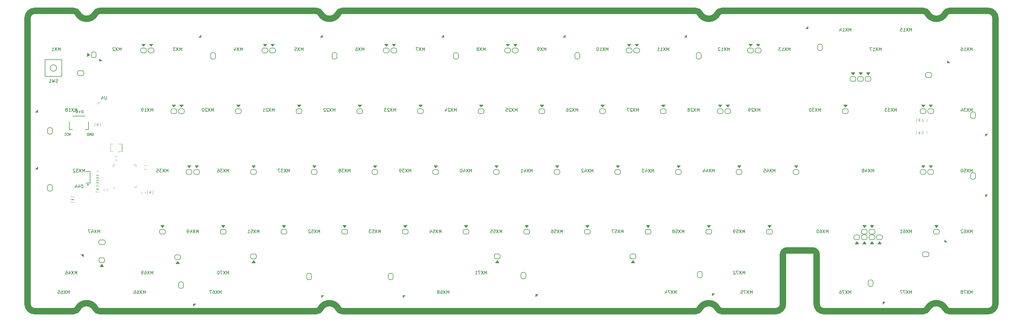
<source format=gbr>
G04 #@! TF.GenerationSoftware,KiCad,Pcbnew,(5.1.10)-1*
G04 #@! TF.CreationDate,2021-10-07T10:15:39+07:00*
G04 #@! TF.ProjectId,averange65,61766572-616e-4676-9536-352e6b696361,rev?*
G04 #@! TF.SameCoordinates,Original*
G04 #@! TF.FileFunction,Legend,Bot*
G04 #@! TF.FilePolarity,Positive*
%FSLAX46Y46*%
G04 Gerber Fmt 4.6, Leading zero omitted, Abs format (unit mm)*
G04 Created by KiCad (PCBNEW (5.1.10)-1) date 2021-10-07 10:15:39*
%MOMM*%
%LPD*%
G01*
G04 APERTURE LIST*
%ADD10C,2.000000*%
%ADD11C,0.187500*%
%ADD12C,0.150000*%
%ADD13C,0.100000*%
%ADD14C,0.120000*%
G04 APERTURE END LIST*
D10*
X218275846Y-38942437D02*
X281466126Y-38942500D01*
X216945330Y-39749814D02*
G75*
G02*
X218275846Y-38942437I1330516J-692623D01*
G01*
X210028626Y-38942374D02*
G75*
G02*
X211359704Y-39748825I1044J-1500000D01*
G01*
X216945330Y-39749814D02*
G75*
G02*
X211359704Y-39748825I-2792555J1457440D01*
G01*
X210028626Y-38942374D02*
X99213346Y-38942437D01*
X97882830Y-39749814D02*
G75*
G02*
X99213346Y-38942437I1330516J-692623D01*
G01*
X90966126Y-38942374D02*
G75*
G02*
X92297204Y-39748825I1044J-1500000D01*
G01*
X97882830Y-39749814D02*
G75*
G02*
X92297204Y-39748825I-2792555J1457440D01*
G01*
X23012337Y-38942374D02*
X90966126Y-38942374D01*
X250265241Y-133142437D02*
X281466126Y-133142500D01*
X99213346Y-133142437D02*
X210028626Y-133142374D01*
X99213346Y-133142437D02*
G75*
G02*
X97882268Y-132335986I-1044J1500000D01*
G01*
X92296642Y-132334997D02*
G75*
G02*
X90966126Y-133142374I-1330516J692623D01*
G01*
X92296642Y-132334997D02*
G75*
G02*
X97882268Y-132335986I2792555J-1457440D01*
G01*
X23012337Y-133142374D02*
X90966126Y-133142374D01*
X23012337Y-133142374D02*
G75*
G02*
X21681259Y-132335923I-1044J1500000D01*
G01*
X16095633Y-132334934D02*
G75*
G02*
X21681259Y-132335923I2792555J-1457440D01*
G01*
X16095633Y-132334934D02*
G75*
G02*
X14765117Y-133142311I-1330516J692623D01*
G01*
X282796642Y-132335123D02*
G75*
G02*
X281466126Y-133142500I-1330516J692623D01*
G01*
X289713346Y-133142563D02*
G75*
G02*
X288382268Y-132336112I-1044J1500000D01*
G01*
X282796642Y-132335123D02*
G75*
G02*
X288382268Y-132336112I2792555J-1457440D01*
G01*
X289713346Y-133142563D02*
X301866250Y-133142500D01*
X14765117Y-133142311D02*
X2613223Y-133142311D01*
X237440241Y-115342437D02*
G75*
G02*
X238690241Y-114092437I1250000J0D01*
G01*
X2613223Y-133142311D02*
G75*
G02*
X363223Y-130892311I0J2250000D01*
G01*
X211359142Y-132334997D02*
G75*
G02*
X216944768Y-132335986I2792555J-1457440D01*
G01*
X211359142Y-132334997D02*
G75*
G02*
X210028626Y-133142374I-1330516J692623D01*
G01*
X218275846Y-133142437D02*
X235190241Y-133142437D01*
X218275846Y-133142437D02*
G75*
G02*
X216944768Y-132335986I-1044J1500000D01*
G01*
X237440241Y-130892437D02*
G75*
G02*
X235190241Y-133142437I-2250000J0D01*
G01*
X238690241Y-114092437D02*
X246765241Y-114092437D01*
X237440241Y-115342437D02*
X237440241Y-130892437D01*
X246765241Y-114092437D02*
G75*
G02*
X248015241Y-115342437I0J-1250000D01*
G01*
X248015241Y-115342437D02*
X248015241Y-130892437D01*
X250265241Y-133142437D02*
G75*
G02*
X248015241Y-130892437I0J2250000D01*
G01*
X301866250Y-133142500D02*
G75*
G03*
X304116250Y-130892500I0J2250000D01*
G01*
X304116250Y-130892500D02*
X304116250Y-41192500D01*
X304116250Y-41192500D02*
G75*
G03*
X301866250Y-38942500I-2250000J0D01*
G01*
X289713346Y-38942563D02*
X301866250Y-38942500D01*
X281466126Y-38942500D02*
G75*
G02*
X282797204Y-39748951I1044J-1500000D01*
G01*
X288382830Y-39749940D02*
G75*
G02*
X289713346Y-38942563I1330516J-692623D01*
G01*
X288382830Y-39749940D02*
G75*
G02*
X282797204Y-39748951I-2792555J1457440D01*
G01*
X21681821Y-39749751D02*
G75*
G02*
X16096195Y-39748762I-2792555J1457440D01*
G01*
X14765117Y-38942311D02*
G75*
G02*
X16096195Y-39748762I1044J-1500000D01*
G01*
X21681821Y-39749751D02*
G75*
G02*
X23012337Y-38942374I1330516J-692623D01*
G01*
X14765117Y-38942311D02*
X2613223Y-38942311D01*
X2613223Y-38942311D02*
G75*
G03*
X363223Y-41192311I0J-2250000D01*
G01*
X363223Y-130892311D02*
X363223Y-41192311D01*
D11*
X17766219Y-70903995D02*
X17766219Y-70153995D01*
X17587647Y-70153995D01*
X17480505Y-70189710D01*
X17409076Y-70261138D01*
X17373362Y-70332567D01*
X17337647Y-70475424D01*
X17337647Y-70582567D01*
X17373362Y-70725424D01*
X17409076Y-70796852D01*
X17480505Y-70868281D01*
X17587647Y-70903995D01*
X17766219Y-70903995D01*
X17016219Y-70618281D02*
X16444790Y-70618281D01*
X16730505Y-70903995D02*
X16730505Y-70332567D01*
X15980274Y-70903995D02*
X15980274Y-70153995D01*
X15801702Y-70153995D01*
X15694560Y-70189710D01*
X15623131Y-70261138D01*
X15587417Y-70332567D01*
X15551702Y-70475424D01*
X15551702Y-70582567D01*
X15587417Y-70725424D01*
X15623131Y-70796852D01*
X15694560Y-70868281D01*
X15801702Y-70903995D01*
X15980274Y-70903995D01*
X15230274Y-70618281D02*
X14658845Y-70618281D01*
X20653508Y-77333490D02*
X20724937Y-77297775D01*
X20832080Y-77297775D01*
X20939222Y-77333490D01*
X21010651Y-77404918D01*
X21046365Y-77476347D01*
X21082080Y-77619204D01*
X21082080Y-77726347D01*
X21046365Y-77869204D01*
X21010651Y-77940632D01*
X20939222Y-78012061D01*
X20832080Y-78047775D01*
X20760651Y-78047775D01*
X20653508Y-78012061D01*
X20617794Y-77976347D01*
X20617794Y-77726347D01*
X20760651Y-77726347D01*
X20296365Y-78047775D02*
X20296365Y-77297775D01*
X19867794Y-78047775D01*
X19867794Y-77297775D01*
X19510651Y-78047775D02*
X19510651Y-77297775D01*
X19332080Y-77297775D01*
X19224937Y-77333490D01*
X19153508Y-77404918D01*
X19117794Y-77476347D01*
X19082080Y-77619204D01*
X19082080Y-77726347D01*
X19117794Y-77869204D01*
X19153508Y-77940632D01*
X19224937Y-78012061D01*
X19332080Y-78047775D01*
X19510651Y-78047775D01*
X13938300Y-77297775D02*
X13688300Y-78047775D01*
X13438300Y-77297775D01*
X12759728Y-77976347D02*
X12795442Y-78012061D01*
X12902585Y-78047775D01*
X12974014Y-78047775D01*
X13081157Y-78012061D01*
X13152585Y-77940632D01*
X13188300Y-77869204D01*
X13224014Y-77726347D01*
X13224014Y-77619204D01*
X13188300Y-77476347D01*
X13152585Y-77404918D01*
X13081157Y-77333490D01*
X12974014Y-77297775D01*
X12902585Y-77297775D01*
X12795442Y-77333490D01*
X12759728Y-77369204D01*
X12009728Y-77976347D02*
X12045442Y-78012061D01*
X12152585Y-78047775D01*
X12224014Y-78047775D01*
X12331157Y-78012061D01*
X12402585Y-77940632D01*
X12438300Y-77869204D01*
X12474014Y-77726347D01*
X12474014Y-77619204D01*
X12438300Y-77476347D01*
X12402585Y-77404918D01*
X12331157Y-77333490D01*
X12224014Y-77297775D01*
X12152585Y-77297775D01*
X12045442Y-77333490D01*
X12009728Y-77369204D01*
D12*
X281248987Y-115574709D02*
G75*
G03*
X281748987Y-116074709I500000J0D01*
G01*
X282748987Y-116074709D02*
G75*
G03*
X283248987Y-115574709I0J500000D01*
G01*
X283248987Y-115074709D02*
G75*
G03*
X282748987Y-114574709I-500000J0D01*
G01*
X281748987Y-114574709D02*
G75*
G03*
X281248987Y-115074709I0J-500000D01*
G01*
X282748987Y-114574709D02*
X281748987Y-114574709D01*
X281248987Y-115074709D02*
X281248987Y-115574709D01*
X281748987Y-116074709D02*
X282748987Y-116074709D01*
X283248987Y-115574709D02*
X283248987Y-115074709D01*
D13*
G36*
X288898987Y-111524709D02*
G01*
X288098987Y-111524709D01*
X288098987Y-110724709D01*
X288898987Y-111524709D01*
G37*
X288898987Y-111524709D02*
X288098987Y-111524709D01*
X288098987Y-110724709D01*
X288898987Y-111524709D01*
D12*
X264691910Y-123371617D02*
G75*
G03*
X264191910Y-123871617I0J-500000D01*
G01*
X264191910Y-124871617D02*
G75*
G03*
X264691910Y-125371617I500000J0D01*
G01*
X265191910Y-125371617D02*
G75*
G03*
X265691910Y-124871617I0J500000D01*
G01*
X265691910Y-123871617D02*
G75*
G03*
X265191910Y-123371617I-500000J0D01*
G01*
X265691910Y-124871617D02*
X265691910Y-123871617D01*
X265191910Y-123371617D02*
X264691910Y-123371617D01*
X264191910Y-123871617D02*
X264191910Y-124871617D01*
X264691910Y-125371617D02*
X265191910Y-125371617D01*
D13*
G36*
X268741910Y-131021617D02*
G01*
X268741910Y-130221617D01*
X269541910Y-130221617D01*
X268741910Y-131021617D01*
G37*
X268741910Y-131021617D02*
X268741910Y-130221617D01*
X269541910Y-130221617D01*
X268741910Y-131021617D01*
D12*
X211113650Y-120692704D02*
G75*
G03*
X210613650Y-121192704I0J-500000D01*
G01*
X210613650Y-122192704D02*
G75*
G03*
X211113650Y-122692704I500000J0D01*
G01*
X211613650Y-122692704D02*
G75*
G03*
X212113650Y-122192704I0J500000D01*
G01*
X212113650Y-121192704D02*
G75*
G03*
X211613650Y-120692704I-500000J0D01*
G01*
X212113650Y-122192704D02*
X212113650Y-121192704D01*
X211613650Y-120692704D02*
X211113650Y-120692704D01*
X210613650Y-121192704D02*
X210613650Y-122192704D01*
X211113650Y-122692704D02*
X211613650Y-122692704D01*
D13*
G36*
X215163650Y-128342704D02*
G01*
X215163650Y-127542704D01*
X215963650Y-127542704D01*
X215163650Y-128342704D01*
G37*
X215163650Y-128342704D02*
X215163650Y-127542704D01*
X215963650Y-127542704D01*
X215163650Y-128342704D01*
D12*
X155749448Y-120990361D02*
G75*
G03*
X155249448Y-121490361I0J-500000D01*
G01*
X155249448Y-122490361D02*
G75*
G03*
X155749448Y-122990361I500000J0D01*
G01*
X156249448Y-122990361D02*
G75*
G03*
X156749448Y-122490361I0J500000D01*
G01*
X156749448Y-121490361D02*
G75*
G03*
X156249448Y-120990361I-500000J0D01*
G01*
X156749448Y-122490361D02*
X156749448Y-121490361D01*
X156249448Y-120990361D02*
X155749448Y-120990361D01*
X155249448Y-121490361D02*
X155249448Y-122490361D01*
X155749448Y-122990361D02*
X156249448Y-122990361D01*
D13*
G36*
X159799448Y-128640361D02*
G01*
X159799448Y-127840361D01*
X160599448Y-127840361D01*
X159799448Y-128640361D01*
G37*
X159799448Y-128640361D02*
X159799448Y-127840361D01*
X160599448Y-127840361D01*
X159799448Y-128640361D01*
D12*
X114077468Y-121288018D02*
G75*
G03*
X113577468Y-121788018I0J-500000D01*
G01*
X113577468Y-122788018D02*
G75*
G03*
X114077468Y-123288018I500000J0D01*
G01*
X114577468Y-123288018D02*
G75*
G03*
X115077468Y-122788018I0J500000D01*
G01*
X115077468Y-121788018D02*
G75*
G03*
X114577468Y-121288018I-500000J0D01*
G01*
X115077468Y-122788018D02*
X115077468Y-121788018D01*
X114577468Y-121288018D02*
X114077468Y-121288018D01*
X113577468Y-121788018D02*
X113577468Y-122788018D01*
X114077468Y-123288018D02*
X114577468Y-123288018D01*
D13*
G36*
X118127468Y-128938018D02*
G01*
X118127468Y-128138018D01*
X118927468Y-128138018D01*
X118127468Y-128938018D01*
G37*
X118127468Y-128938018D02*
X118127468Y-128138018D01*
X118927468Y-128138018D01*
X118127468Y-128938018D01*
D12*
X88478966Y-121288018D02*
G75*
G03*
X87978966Y-121788018I0J-500000D01*
G01*
X87978966Y-122788018D02*
G75*
G03*
X88478966Y-123288018I500000J0D01*
G01*
X88978966Y-123288018D02*
G75*
G03*
X89478966Y-122788018I0J500000D01*
G01*
X89478966Y-121788018D02*
G75*
G03*
X88978966Y-121288018I-500000J0D01*
G01*
X89478966Y-122788018D02*
X89478966Y-121788018D01*
X88978966Y-121288018D02*
X88478966Y-121288018D01*
X87978966Y-121788018D02*
X87978966Y-122788018D01*
X88478966Y-123288018D02*
X88978966Y-123288018D01*
D13*
G36*
X92528966Y-128938018D02*
G01*
X92528966Y-128138018D01*
X93328966Y-128138018D01*
X92528966Y-128938018D01*
G37*
X92528966Y-128938018D02*
X92528966Y-128138018D01*
X93328966Y-128138018D01*
X92528966Y-128938018D01*
D12*
X48295271Y-123966931D02*
G75*
G03*
X47795271Y-124466931I0J-500000D01*
G01*
X47795271Y-125466931D02*
G75*
G03*
X48295271Y-125966931I500000J0D01*
G01*
X48795271Y-125966931D02*
G75*
G03*
X49295271Y-125466931I0J500000D01*
G01*
X49295271Y-124466931D02*
G75*
G03*
X48795271Y-123966931I-500000J0D01*
G01*
X49295271Y-125466931D02*
X49295271Y-124466931D01*
X48795271Y-123966931D02*
X48295271Y-123966931D01*
X47795271Y-124466931D02*
X47795271Y-125466931D01*
X48295271Y-125966931D02*
X48795271Y-125966931D01*
D13*
G36*
X52345271Y-131616931D02*
G01*
X52345271Y-130816931D01*
X53145271Y-130816931D01*
X52345271Y-131616931D01*
G37*
X52345271Y-131616931D02*
X52345271Y-130816931D01*
X53145271Y-130816931D01*
X52345271Y-131616931D01*
D12*
X24722542Y-111279395D02*
G75*
G03*
X24222542Y-110779395I-500000J0D01*
G01*
X23222542Y-110779395D02*
G75*
G03*
X22722542Y-111279395I0J-500000D01*
G01*
X22722542Y-111779395D02*
G75*
G03*
X23222542Y-112279395I500000J0D01*
G01*
X24222542Y-112279395D02*
G75*
G03*
X24722542Y-111779395I0J500000D01*
G01*
X23222542Y-112279395D02*
X24222542Y-112279395D01*
X24722542Y-111779395D02*
X24722542Y-111279395D01*
X24222542Y-110779395D02*
X23222542Y-110779395D01*
X22722542Y-111279395D02*
X22722542Y-111779395D01*
D13*
G36*
X17072542Y-115329395D02*
G01*
X17872542Y-115329395D01*
X17872542Y-116129395D01*
X17072542Y-115329395D01*
G37*
X17072542Y-115329395D02*
X17872542Y-115329395D01*
X17872542Y-116129395D01*
X17072542Y-115329395D01*
D12*
X7644520Y-95446050D02*
G75*
G03*
X8144520Y-94946050I0J500000D01*
G01*
X8144520Y-93946050D02*
G75*
G03*
X7644520Y-93446050I-500000J0D01*
G01*
X7144520Y-93446050D02*
G75*
G03*
X6644520Y-93946050I0J-500000D01*
G01*
X6644520Y-94946050D02*
G75*
G03*
X7144520Y-95446050I500000J0D01*
G01*
X6644520Y-93946050D02*
X6644520Y-94946050D01*
X7144520Y-95446050D02*
X7644520Y-95446050D01*
X8144520Y-94946050D02*
X8144520Y-93946050D01*
X7644520Y-93446050D02*
X7144520Y-93446050D01*
D13*
G36*
X3594520Y-87796050D02*
G01*
X3594520Y-88596050D01*
X2794520Y-88596050D01*
X3594520Y-87796050D01*
G37*
X3594520Y-87796050D02*
X3594520Y-88596050D01*
X2794520Y-88596050D01*
X3594520Y-87796050D01*
D12*
X7644520Y-77586600D02*
G75*
G03*
X8144520Y-77086600I0J500000D01*
G01*
X8144520Y-76086600D02*
G75*
G03*
X7644520Y-75586600I-500000J0D01*
G01*
X7144520Y-75586600D02*
G75*
G03*
X6644520Y-76086600I0J-500000D01*
G01*
X6644520Y-77086600D02*
G75*
G03*
X7144520Y-77586600I500000J0D01*
G01*
X6644520Y-76086600D02*
X6644520Y-77086600D01*
X7144520Y-77586600D02*
X7644520Y-77586600D01*
X8144520Y-77086600D02*
X8144520Y-76086600D01*
X7644520Y-75586600D02*
X7144520Y-75586600D01*
D13*
G36*
X3594520Y-69936600D02*
G01*
X3594520Y-70736600D01*
X2794520Y-70736600D01*
X3594520Y-69936600D01*
G37*
X3594520Y-69936600D02*
X3594520Y-70736600D01*
X2794520Y-70736600D01*
X3594520Y-69936600D01*
D12*
X296838866Y-89736376D02*
G75*
G03*
X296338866Y-90236376I0J-500000D01*
G01*
X296338866Y-91236376D02*
G75*
G03*
X296838866Y-91736376I500000J0D01*
G01*
X297338866Y-91736376D02*
G75*
G03*
X297838866Y-91236376I0J500000D01*
G01*
X297838866Y-90236376D02*
G75*
G03*
X297338866Y-89736376I-500000J0D01*
G01*
X297838866Y-91236376D02*
X297838866Y-90236376D01*
X297338866Y-89736376D02*
X296838866Y-89736376D01*
X296338866Y-90236376D02*
X296338866Y-91236376D01*
X296838866Y-91736376D02*
X297338866Y-91736376D01*
D13*
G36*
X300888866Y-97386376D02*
G01*
X300888866Y-96586376D01*
X301688866Y-96586376D01*
X300888866Y-97386376D01*
G37*
X300888866Y-97386376D02*
X300888866Y-96586376D01*
X301688866Y-96586376D01*
X300888866Y-97386376D01*
D12*
X296838866Y-70686328D02*
G75*
G03*
X296338866Y-71186328I0J-500000D01*
G01*
X296338866Y-72186328D02*
G75*
G03*
X296838866Y-72686328I500000J0D01*
G01*
X297338866Y-72686328D02*
G75*
G03*
X297838866Y-72186328I0J500000D01*
G01*
X297838866Y-71186328D02*
G75*
G03*
X297338866Y-70686328I-500000J0D01*
G01*
X297838866Y-72186328D02*
X297838866Y-71186328D01*
X297338866Y-70686328D02*
X296838866Y-70686328D01*
X296338866Y-71186328D02*
X296338866Y-72186328D01*
X296838866Y-72686328D02*
X297338866Y-72686328D01*
D13*
G36*
X300888866Y-78336328D02*
G01*
X300888866Y-77536328D01*
X301688866Y-77536328D01*
X300888866Y-78336328D01*
G37*
X300888866Y-78336328D02*
X300888866Y-77536328D01*
X301688866Y-77536328D01*
X300888866Y-78336328D01*
D12*
X282142570Y-59317780D02*
G75*
G03*
X282642570Y-59817780I500000J0D01*
G01*
X283642570Y-59817780D02*
G75*
G03*
X284142570Y-59317780I0J500000D01*
G01*
X284142570Y-58817780D02*
G75*
G03*
X283642570Y-58317780I-500000J0D01*
G01*
X282642570Y-58317780D02*
G75*
G03*
X282142570Y-58817780I0J-500000D01*
G01*
X283642570Y-58317780D02*
X282642570Y-58317780D01*
X282142570Y-58817780D02*
X282142570Y-59317780D01*
X282642570Y-59817780D02*
X283642570Y-59817780D01*
X284142570Y-59317780D02*
X284142570Y-58817780D01*
D13*
G36*
X289792570Y-55267780D02*
G01*
X288992570Y-55267780D01*
X288992570Y-54467780D01*
X289792570Y-55267780D01*
G37*
X289792570Y-55267780D02*
X288992570Y-55267780D01*
X288992570Y-54467780D01*
X289792570Y-55267780D01*
D12*
X249341862Y-51392512D02*
G75*
G03*
X249841862Y-50892512I0J500000D01*
G01*
X249841862Y-49892512D02*
G75*
G03*
X249341862Y-49392512I-500000J0D01*
G01*
X248841862Y-49392512D02*
G75*
G03*
X248341862Y-49892512I0J-500000D01*
G01*
X248341862Y-50892512D02*
G75*
G03*
X248841862Y-51392512I500000J0D01*
G01*
X248341862Y-49892512D02*
X248341862Y-50892512D01*
X248841862Y-51392512D02*
X249341862Y-51392512D01*
X249841862Y-50892512D02*
X249841862Y-49892512D01*
X249341862Y-49392512D02*
X248841862Y-49392512D01*
D13*
G36*
X245291862Y-43742512D02*
G01*
X245291862Y-44542512D01*
X244491862Y-44542512D01*
X245291862Y-43742512D01*
G37*
X245291862Y-43742512D02*
X245291862Y-44542512D01*
X244491862Y-44542512D01*
X245291862Y-43742512D01*
D12*
X211242250Y-54071651D02*
G75*
G03*
X211742250Y-53571651I0J500000D01*
G01*
X211742250Y-52571651D02*
G75*
G03*
X211242250Y-52071651I-500000J0D01*
G01*
X210742250Y-52071651D02*
G75*
G03*
X210242250Y-52571651I0J-500000D01*
G01*
X210242250Y-53571651D02*
G75*
G03*
X210742250Y-54071651I500000J0D01*
G01*
X210242250Y-52571651D02*
X210242250Y-53571651D01*
X210742250Y-54071651D02*
X211242250Y-54071651D01*
X211742250Y-53571651D02*
X211742250Y-52571651D01*
X211242250Y-52071651D02*
X210742250Y-52071651D01*
D13*
G36*
X207192250Y-46421651D02*
G01*
X207192250Y-47221651D01*
X206392250Y-47221651D01*
X207192250Y-46421651D01*
G37*
X207192250Y-46421651D02*
X207192250Y-47221651D01*
X206392250Y-47221651D01*
X207192250Y-46421651D01*
D12*
X173142090Y-54071651D02*
G75*
G03*
X173642090Y-53571651I0J500000D01*
G01*
X173642090Y-52571651D02*
G75*
G03*
X173142090Y-52071651I-500000J0D01*
G01*
X172642090Y-52071651D02*
G75*
G03*
X172142090Y-52571651I0J-500000D01*
G01*
X172142090Y-53571651D02*
G75*
G03*
X172642090Y-54071651I500000J0D01*
G01*
X172142090Y-52571651D02*
X172142090Y-53571651D01*
X172642090Y-54071651D02*
X173142090Y-54071651D01*
X173642090Y-53571651D02*
X173642090Y-52571651D01*
X173142090Y-52071651D02*
X172642090Y-52071651D01*
D13*
G36*
X169092090Y-46421651D02*
G01*
X169092090Y-47221651D01*
X168292090Y-47221651D01*
X169092090Y-46421651D01*
G37*
X169092090Y-46421651D02*
X169092090Y-47221651D01*
X168292090Y-47221651D01*
X169092090Y-46421651D01*
D12*
X135041930Y-54071651D02*
G75*
G03*
X135541930Y-53571651I0J500000D01*
G01*
X135541930Y-52571651D02*
G75*
G03*
X135041930Y-52071651I-500000J0D01*
G01*
X134541930Y-52071651D02*
G75*
G03*
X134041930Y-52571651I0J-500000D01*
G01*
X134041930Y-53571651D02*
G75*
G03*
X134541930Y-54071651I500000J0D01*
G01*
X134041930Y-52571651D02*
X134041930Y-53571651D01*
X134541930Y-54071651D02*
X135041930Y-54071651D01*
X135541930Y-53571651D02*
X135541930Y-52571651D01*
X135041930Y-52071651D02*
X134541930Y-52071651D01*
D13*
G36*
X130991930Y-46421651D02*
G01*
X130991930Y-47221651D01*
X130191930Y-47221651D01*
X130991930Y-46421651D01*
G37*
X130991930Y-46421651D02*
X130991930Y-47221651D01*
X130191930Y-47221651D01*
X130991930Y-46421651D01*
D12*
X96941770Y-54071651D02*
G75*
G03*
X97441770Y-53571651I0J500000D01*
G01*
X97441770Y-52571651D02*
G75*
G03*
X96941770Y-52071651I-500000J0D01*
G01*
X96441770Y-52071651D02*
G75*
G03*
X95941770Y-52571651I0J-500000D01*
G01*
X95941770Y-53571651D02*
G75*
G03*
X96441770Y-54071651I500000J0D01*
G01*
X95941770Y-52571651D02*
X95941770Y-53571651D01*
X96441770Y-54071651D02*
X96941770Y-54071651D01*
X97441770Y-53571651D02*
X97441770Y-52571651D01*
X96941770Y-52071651D02*
X96441770Y-52071651D01*
D13*
G36*
X92891770Y-46421651D02*
G01*
X92891770Y-47221651D01*
X92091770Y-47221651D01*
X92891770Y-46421651D01*
G37*
X92891770Y-46421651D02*
X92891770Y-47221651D01*
X92091770Y-47221651D01*
X92891770Y-46421651D01*
D12*
X58841610Y-54071651D02*
G75*
G03*
X59341610Y-53571651I0J500000D01*
G01*
X59341610Y-52571651D02*
G75*
G03*
X58841610Y-52071651I-500000J0D01*
G01*
X58341610Y-52071651D02*
G75*
G03*
X57841610Y-52571651I0J-500000D01*
G01*
X57841610Y-53571651D02*
G75*
G03*
X58341610Y-54071651I500000J0D01*
G01*
X57841610Y-52571651D02*
X57841610Y-53571651D01*
X58341610Y-54071651D02*
X58841610Y-54071651D01*
X59341610Y-53571651D02*
X59341610Y-52571651D01*
X58841610Y-52071651D02*
X58341610Y-52071651D01*
D13*
G36*
X54791610Y-46421651D02*
G01*
X54791610Y-47221651D01*
X53991610Y-47221651D01*
X54791610Y-46421651D01*
G37*
X54791610Y-46421651D02*
X54791610Y-47221651D01*
X53991610Y-47221651D01*
X54791610Y-46421651D01*
D12*
X16036764Y-58722466D02*
G75*
G03*
X16536764Y-59222466I500000J0D01*
G01*
X17536764Y-59222466D02*
G75*
G03*
X18036764Y-58722466I0J500000D01*
G01*
X18036764Y-58222466D02*
G75*
G03*
X17536764Y-57722466I-500000J0D01*
G01*
X16536764Y-57722466D02*
G75*
G03*
X16036764Y-58222466I0J-500000D01*
G01*
X17536764Y-57722466D02*
X16536764Y-57722466D01*
X16036764Y-58222466D02*
X16036764Y-58722466D01*
X16536764Y-59222466D02*
X17536764Y-59222466D01*
X18036764Y-58722466D02*
X18036764Y-58222466D01*
D13*
G36*
X23686764Y-54672466D02*
G01*
X22886764Y-54672466D01*
X22886764Y-53872466D01*
X23686764Y-54672466D01*
G37*
X23686764Y-54672466D02*
X22886764Y-54672466D01*
X22886764Y-53872466D01*
X23686764Y-54672466D01*
D14*
X281114132Y-73786328D02*
X281114132Y-72586328D01*
X279354132Y-72586328D02*
X279354132Y-73786328D01*
D13*
X280034132Y-73336328D02*
X280434132Y-73436328D01*
X280434132Y-73236328D02*
X280034132Y-73336328D01*
X280434132Y-73036328D02*
X280034132Y-73136328D01*
X280434132Y-72836328D02*
X280034132Y-72936328D01*
X280034132Y-72936328D02*
X280434132Y-73036328D01*
X280434132Y-73436328D02*
X280034132Y-73536328D01*
X280034132Y-73136328D02*
X280434132Y-73236328D01*
D14*
X281114132Y-77769927D02*
X281114132Y-76569927D01*
X279354132Y-76569927D02*
X279354132Y-77769927D01*
D13*
X280034132Y-77319927D02*
X280434132Y-77419927D01*
X280434132Y-77219927D02*
X280034132Y-77319927D01*
X280434132Y-77019927D02*
X280034132Y-77119927D01*
X280434132Y-76819927D02*
X280034132Y-76919927D01*
X280034132Y-76919927D02*
X280434132Y-77019927D01*
X280434132Y-77419927D02*
X280034132Y-77519927D01*
X280034132Y-77119927D02*
X280434132Y-77219927D01*
D14*
X22914597Y-93958023D02*
X21714597Y-93958023D01*
X21714597Y-95718023D02*
X22914597Y-95718023D01*
D13*
X22464597Y-95038023D02*
X22564597Y-94638023D01*
X22364597Y-94638023D02*
X22464597Y-95038023D01*
X22164597Y-94638023D02*
X22264597Y-95038023D01*
X21964597Y-94638023D02*
X22064597Y-95038023D01*
X22064597Y-95038023D02*
X22164597Y-94638023D01*
X22564597Y-94638023D02*
X22664597Y-95038023D01*
X22264597Y-95038023D02*
X22364597Y-94638023D01*
D14*
X15046250Y-97227500D02*
X13846250Y-97227500D01*
X13846250Y-98987500D02*
X15046250Y-98987500D01*
D13*
X14596250Y-98307500D02*
X14696250Y-97907500D01*
X14496250Y-97907500D02*
X14596250Y-98307500D01*
X14296250Y-97907500D02*
X14396250Y-98307500D01*
X14096250Y-97907500D02*
X14196250Y-98307500D01*
X14196250Y-98307500D02*
X14296250Y-97907500D01*
X14696250Y-97907500D02*
X14796250Y-98307500D01*
X14396250Y-98307500D02*
X14496250Y-97907500D01*
D14*
X37954305Y-95265289D02*
X37954305Y-96465289D01*
X39714305Y-96465289D02*
X39714305Y-95265289D01*
D13*
X39034305Y-95715289D02*
X38634305Y-95615289D01*
X38634305Y-95815289D02*
X39034305Y-95715289D01*
X38634305Y-96015289D02*
X39034305Y-95915289D01*
X38634305Y-96215289D02*
X39034305Y-96115289D01*
X39034305Y-96115289D02*
X38634305Y-96015289D01*
X38634305Y-95615289D02*
X39034305Y-95515289D01*
X39034305Y-95915289D02*
X38634305Y-95815289D01*
D14*
X23200250Y-75146500D02*
X23200250Y-73946500D01*
X21440250Y-73946500D02*
X21440250Y-75146500D01*
D13*
X22120250Y-74696500D02*
X22520250Y-74796500D01*
X22520250Y-74596500D02*
X22120250Y-74696500D01*
X22520250Y-74396500D02*
X22120250Y-74496500D01*
X22520250Y-74196500D02*
X22120250Y-74296500D01*
X22120250Y-74296500D02*
X22520250Y-74396500D01*
X22520250Y-74796500D02*
X22120250Y-74896500D01*
X22120250Y-74496500D02*
X22520250Y-74596500D01*
D14*
X22739597Y-92138023D02*
X21889597Y-92138023D01*
X22739597Y-93538023D02*
X21889597Y-93538023D01*
D13*
X22064597Y-93038023D02*
X21964597Y-92638023D01*
X22564597Y-92638023D02*
X22464597Y-93038023D01*
X22664597Y-93038023D02*
X22564597Y-92638023D01*
X22464597Y-93038023D02*
X22364597Y-92638023D01*
X22364597Y-92638023D02*
X22264597Y-93038023D01*
X22264597Y-93038023D02*
X22164597Y-92638023D01*
X22164597Y-92638023D02*
X22064597Y-93038023D01*
D14*
X22739597Y-90603246D02*
X21889597Y-90603246D01*
X22739597Y-92003246D02*
X21889597Y-92003246D01*
D13*
X22064597Y-91503246D02*
X21964597Y-91103246D01*
X22564597Y-91103246D02*
X22464597Y-91503246D01*
X22664597Y-91503246D02*
X22564597Y-91103246D01*
X22464597Y-91503246D02*
X22364597Y-91103246D01*
X22364597Y-91103246D02*
X22264597Y-91503246D01*
X22264597Y-91503246D02*
X22164597Y-91103246D01*
X22164597Y-91103246D02*
X22064597Y-91503246D01*
D14*
X282620074Y-73736328D02*
X282620074Y-73036328D01*
X281420074Y-73036328D02*
X281420074Y-73736328D01*
X282620074Y-77319927D02*
X282620074Y-76619927D01*
X281420074Y-76619927D02*
X281420074Y-77319927D01*
X37656250Y-87411000D02*
X36956250Y-87411000D01*
X36956250Y-88611000D02*
X37656250Y-88611000D01*
X21964597Y-90403246D02*
X22664597Y-90403246D01*
X22664597Y-89203246D02*
X21964597Y-89203246D01*
X27768653Y-85749637D02*
X28468653Y-85749637D01*
X28468653Y-84549637D02*
X27768653Y-84549637D01*
X36150706Y-95662000D02*
X36150706Y-96362000D01*
X37350706Y-96362000D02*
X37350706Y-95662000D01*
X24323750Y-94697500D02*
X24323750Y-95397500D01*
X25523750Y-95397500D02*
X25523750Y-94697500D01*
D12*
X266832538Y-110241110D02*
G75*
G03*
X267332538Y-110741110I500000J0D01*
G01*
X267332538Y-109241110D02*
G75*
G03*
X266832538Y-109741110I0J-500000D01*
G01*
X268632538Y-109741110D02*
G75*
G03*
X268132538Y-109241110I-500000J0D01*
G01*
X268132538Y-110741110D02*
G75*
G03*
X268632538Y-110241110I0J500000D01*
G01*
D13*
G36*
X267732538Y-111241110D02*
G01*
X267132538Y-112041110D01*
X268332538Y-112041110D01*
X267732538Y-111241110D01*
G37*
X267732538Y-111241110D02*
X267132538Y-112041110D01*
X268332538Y-112041110D01*
X267732538Y-111241110D01*
D12*
X268632538Y-110241072D02*
X268632538Y-109741110D01*
X267332538Y-109241110D02*
X268132538Y-109241110D01*
X266832538Y-109741148D02*
X266832538Y-110241110D01*
X267332538Y-110741110D02*
X268132538Y-110741110D01*
X264451282Y-110241110D02*
G75*
G03*
X264951282Y-110741110I500000J0D01*
G01*
X264951282Y-109241110D02*
G75*
G03*
X264451282Y-109741110I0J-500000D01*
G01*
X266251282Y-109741110D02*
G75*
G03*
X265751282Y-109241110I-500000J0D01*
G01*
X265751282Y-110741110D02*
G75*
G03*
X266251282Y-110241110I0J500000D01*
G01*
D13*
G36*
X265351282Y-111241110D02*
G01*
X264751282Y-112041110D01*
X265951282Y-112041110D01*
X265351282Y-111241110D01*
G37*
X265351282Y-111241110D02*
X264751282Y-112041110D01*
X265951282Y-112041110D01*
X265351282Y-111241110D01*
D12*
X266251282Y-110241072D02*
X266251282Y-109741110D01*
X264951282Y-109241110D02*
X265751282Y-109241110D01*
X264451282Y-109741148D02*
X264451282Y-110241110D01*
X264951282Y-110741110D02*
X265751282Y-110741110D01*
X262070026Y-110241110D02*
G75*
G03*
X262570026Y-110741110I500000J0D01*
G01*
X262570026Y-109241110D02*
G75*
G03*
X262070026Y-109741110I0J-500000D01*
G01*
X263870026Y-109741110D02*
G75*
G03*
X263370026Y-109241110I-500000J0D01*
G01*
X263370026Y-110741110D02*
G75*
G03*
X263870026Y-110241110I0J500000D01*
G01*
D13*
G36*
X262970026Y-111241110D02*
G01*
X262370026Y-112041110D01*
X263570026Y-112041110D01*
X262970026Y-111241110D01*
G37*
X262970026Y-111241110D02*
X262370026Y-112041110D01*
X263570026Y-112041110D01*
X262970026Y-111241110D01*
D12*
X263870026Y-110241072D02*
X263870026Y-109741110D01*
X262570026Y-109241110D02*
X263370026Y-109241110D01*
X262070026Y-109741148D02*
X262070026Y-110241110D01*
X262570026Y-110741110D02*
X263370026Y-110741110D01*
X259688770Y-110241110D02*
G75*
G03*
X260188770Y-110741110I500000J0D01*
G01*
X260188770Y-109241110D02*
G75*
G03*
X259688770Y-109741110I0J-500000D01*
G01*
X261488770Y-109741110D02*
G75*
G03*
X260988770Y-109241110I-500000J0D01*
G01*
X260988770Y-110741110D02*
G75*
G03*
X261488770Y-110241110I0J500000D01*
G01*
D13*
G36*
X260588770Y-111241110D02*
G01*
X259988770Y-112041110D01*
X261188770Y-112041110D01*
X260588770Y-111241110D01*
G37*
X260588770Y-111241110D02*
X259988770Y-112041110D01*
X261188770Y-112041110D01*
X260588770Y-111241110D01*
D12*
X261488770Y-110241072D02*
X261488770Y-109741110D01*
X260188770Y-109241110D02*
X260988770Y-109241110D01*
X259688770Y-109741148D02*
X259688770Y-110241110D01*
X260188770Y-110741110D02*
X260988770Y-110741110D01*
X189441718Y-116194250D02*
G75*
G03*
X189941718Y-116694250I500000J0D01*
G01*
X189941718Y-115194250D02*
G75*
G03*
X189441718Y-115694250I0J-500000D01*
G01*
X191241718Y-115694250D02*
G75*
G03*
X190741718Y-115194250I-500000J0D01*
G01*
X190741718Y-116694250D02*
G75*
G03*
X191241718Y-116194250I0J500000D01*
G01*
D13*
G36*
X190341718Y-117194250D02*
G01*
X189741718Y-117994250D01*
X190941718Y-117994250D01*
X190341718Y-117194250D01*
G37*
X190341718Y-117194250D02*
X189741718Y-117994250D01*
X190941718Y-117994250D01*
X190341718Y-117194250D01*
D12*
X191241718Y-116194212D02*
X191241718Y-115694250D01*
X189941718Y-115194250D02*
X190741718Y-115194250D01*
X189441718Y-115694288D02*
X189441718Y-116194250D01*
X189941718Y-116694250D02*
X190741718Y-116694250D01*
X146876767Y-116194250D02*
G75*
G03*
X147376767Y-116694250I500000J0D01*
G01*
X147376767Y-115194250D02*
G75*
G03*
X146876767Y-115694250I0J-500000D01*
G01*
X148676767Y-115694250D02*
G75*
G03*
X148176767Y-115194250I-500000J0D01*
G01*
X148176767Y-116694250D02*
G75*
G03*
X148676767Y-116194250I0J500000D01*
G01*
D13*
G36*
X147776767Y-117194250D02*
G01*
X147176767Y-117994250D01*
X148376767Y-117994250D01*
X147776767Y-117194250D01*
G37*
X147776767Y-117194250D02*
X147176767Y-117994250D01*
X148376767Y-117994250D01*
X147776767Y-117194250D01*
D12*
X148676767Y-116194212D02*
X148676767Y-115694250D01*
X147376767Y-115194250D02*
X148176767Y-115194250D01*
X146876767Y-115694288D02*
X146876767Y-116194250D01*
X147376767Y-116694250D02*
X148176767Y-116694250D01*
X70378918Y-116194250D02*
G75*
G03*
X70878918Y-116694250I500000J0D01*
G01*
X70878918Y-115194250D02*
G75*
G03*
X70378918Y-115694250I0J-500000D01*
G01*
X72178918Y-115694250D02*
G75*
G03*
X71678918Y-115194250I-500000J0D01*
G01*
X71678918Y-116694250D02*
G75*
G03*
X72178918Y-116194250I0J500000D01*
G01*
D13*
G36*
X71278918Y-117194250D02*
G01*
X70678918Y-117994250D01*
X71878918Y-117994250D01*
X71278918Y-117194250D01*
G37*
X71278918Y-117194250D02*
X70678918Y-117994250D01*
X71878918Y-117994250D01*
X71278918Y-117194250D01*
D12*
X72178918Y-116194212D02*
X72178918Y-115694250D01*
X70878918Y-115194250D02*
X71678918Y-115194250D01*
X70378918Y-115694288D02*
X70378918Y-116194250D01*
X70878918Y-116694250D02*
X71678918Y-116694250D01*
X46566358Y-116491907D02*
G75*
G03*
X47066358Y-116991907I500000J0D01*
G01*
X47066358Y-115491907D02*
G75*
G03*
X46566358Y-115991907I0J-500000D01*
G01*
X48366358Y-115991907D02*
G75*
G03*
X47866358Y-115491907I-500000J0D01*
G01*
X47866358Y-116991907D02*
G75*
G03*
X48366358Y-116491907I0J500000D01*
G01*
D13*
G36*
X47466358Y-117491907D02*
G01*
X46866358Y-118291907D01*
X48066358Y-118291907D01*
X47466358Y-117491907D01*
G37*
X47466358Y-117491907D02*
X46866358Y-118291907D01*
X48066358Y-118291907D01*
X47466358Y-117491907D01*
D12*
X48366358Y-116491869D02*
X48366358Y-115991907D01*
X47066358Y-115491907D02*
X47866358Y-115491907D01*
X46566358Y-115991945D02*
X46566358Y-116491907D01*
X47066358Y-116991907D02*
X47866358Y-116991907D01*
X22753798Y-117384878D02*
G75*
G03*
X23253798Y-117884878I500000J0D01*
G01*
X23253798Y-116384878D02*
G75*
G03*
X22753798Y-116884878I0J-500000D01*
G01*
X24553798Y-116884878D02*
G75*
G03*
X24053798Y-116384878I-500000J0D01*
G01*
X24053798Y-117884878D02*
G75*
G03*
X24553798Y-117384878I0J500000D01*
G01*
D13*
G36*
X23653798Y-118384878D02*
G01*
X23053798Y-119184878D01*
X24253798Y-119184878D01*
X23653798Y-118384878D01*
G37*
X23653798Y-118384878D02*
X23053798Y-119184878D01*
X24253798Y-119184878D01*
X23653798Y-118384878D01*
D12*
X24553798Y-117384840D02*
X24553798Y-116884878D01*
X23253798Y-116384878D02*
X24053798Y-116384878D01*
X22753798Y-116884916D02*
X22753798Y-117384878D01*
X23253798Y-117884878D02*
X24053798Y-117884878D01*
X286491958Y-107980941D02*
G75*
G03*
X285991958Y-107480941I-500000J0D01*
G01*
X285991958Y-108980941D02*
G75*
G03*
X286491958Y-108480941I0J500000D01*
G01*
X284691958Y-108480941D02*
G75*
G03*
X285191958Y-108980941I500000J0D01*
G01*
X285191958Y-107480941D02*
G75*
G03*
X284691958Y-107980941I0J-500000D01*
G01*
D13*
G36*
X285591958Y-106980941D02*
G01*
X286191958Y-106180941D01*
X284991958Y-106180941D01*
X285591958Y-106980941D01*
G37*
X285591958Y-106980941D02*
X286191958Y-106180941D01*
X284991958Y-106180941D01*
X285591958Y-106980941D01*
D12*
X284691958Y-107980979D02*
X284691958Y-108480941D01*
X285991958Y-108980941D02*
X285191958Y-108980941D01*
X286491958Y-108480903D02*
X286491958Y-107980941D01*
X285991958Y-107480941D02*
X285191958Y-107480941D01*
X266251282Y-107980941D02*
G75*
G03*
X265751282Y-107480941I-500000J0D01*
G01*
X265751282Y-108980941D02*
G75*
G03*
X266251282Y-108480941I0J500000D01*
G01*
X264451282Y-108480941D02*
G75*
G03*
X264951282Y-108980941I500000J0D01*
G01*
X264951282Y-107480941D02*
G75*
G03*
X264451282Y-107980941I0J-500000D01*
G01*
D13*
G36*
X265351282Y-106980941D02*
G01*
X265951282Y-106180941D01*
X264751282Y-106180941D01*
X265351282Y-106980941D01*
G37*
X265351282Y-106980941D02*
X265951282Y-106180941D01*
X264751282Y-106180941D01*
X265351282Y-106980941D01*
D12*
X264451282Y-107980979D02*
X264451282Y-108480941D01*
X265751282Y-108980941D02*
X264951282Y-108980941D01*
X266251282Y-108480903D02*
X266251282Y-107980941D01*
X265751282Y-107480941D02*
X264951282Y-107480941D01*
X263870026Y-107980941D02*
G75*
G03*
X263370026Y-107480941I-500000J0D01*
G01*
X263370026Y-108980941D02*
G75*
G03*
X263870026Y-108480941I0J500000D01*
G01*
X262070026Y-108480941D02*
G75*
G03*
X262570026Y-108980941I500000J0D01*
G01*
X262570026Y-107480941D02*
G75*
G03*
X262070026Y-107980941I0J-500000D01*
G01*
D13*
G36*
X262970026Y-106980941D02*
G01*
X263570026Y-106180941D01*
X262370026Y-106180941D01*
X262970026Y-106980941D01*
G37*
X262970026Y-106980941D02*
X263570026Y-106180941D01*
X262370026Y-106180941D01*
X262970026Y-106980941D01*
D12*
X262070026Y-107980979D02*
X262070026Y-108480941D01*
X263370026Y-108980941D02*
X262570026Y-108980941D01*
X263870026Y-108480903D02*
X263870026Y-107980941D01*
X263370026Y-107480941D02*
X262570026Y-107480941D01*
X234104850Y-107981265D02*
G75*
G03*
X233604850Y-107481265I-500000J0D01*
G01*
X233604850Y-108981265D02*
G75*
G03*
X234104850Y-108481265I0J500000D01*
G01*
X232304850Y-108481265D02*
G75*
G03*
X232804850Y-108981265I500000J0D01*
G01*
X232804850Y-107481265D02*
G75*
G03*
X232304850Y-107981265I0J-500000D01*
G01*
D13*
G36*
X233204850Y-106981265D02*
G01*
X233804850Y-106181265D01*
X232604850Y-106181265D01*
X233204850Y-106981265D01*
G37*
X233204850Y-106981265D02*
X233804850Y-106181265D01*
X232604850Y-106181265D01*
X233204850Y-106981265D01*
D12*
X232304850Y-107981303D02*
X232304850Y-108481265D01*
X233604850Y-108981265D02*
X232804850Y-108981265D01*
X234104850Y-108481227D02*
X234104850Y-107981265D01*
X233604850Y-107481265D02*
X232804850Y-107481265D01*
X215054770Y-107981265D02*
G75*
G03*
X214554770Y-107481265I-500000J0D01*
G01*
X214554770Y-108981265D02*
G75*
G03*
X215054770Y-108481265I0J500000D01*
G01*
X213254770Y-108481265D02*
G75*
G03*
X213754770Y-108981265I500000J0D01*
G01*
X213754770Y-107481265D02*
G75*
G03*
X213254770Y-107981265I0J-500000D01*
G01*
D13*
G36*
X214154770Y-106981265D02*
G01*
X214754770Y-106181265D01*
X213554770Y-106181265D01*
X214154770Y-106981265D01*
G37*
X214154770Y-106981265D02*
X214754770Y-106181265D01*
X213554770Y-106181265D01*
X214154770Y-106981265D01*
D12*
X213254770Y-107981303D02*
X213254770Y-108481265D01*
X214554770Y-108981265D02*
X213754770Y-108981265D01*
X215054770Y-108481227D02*
X215054770Y-107981265D01*
X214554770Y-107481265D02*
X213754770Y-107481265D01*
X196004690Y-107981265D02*
G75*
G03*
X195504690Y-107481265I-500000J0D01*
G01*
X195504690Y-108981265D02*
G75*
G03*
X196004690Y-108481265I0J500000D01*
G01*
X194204690Y-108481265D02*
G75*
G03*
X194704690Y-108981265I500000J0D01*
G01*
X194704690Y-107481265D02*
G75*
G03*
X194204690Y-107981265I0J-500000D01*
G01*
D13*
G36*
X195104690Y-106981265D02*
G01*
X195704690Y-106181265D01*
X194504690Y-106181265D01*
X195104690Y-106981265D01*
G37*
X195104690Y-106981265D02*
X195704690Y-106181265D01*
X194504690Y-106181265D01*
X195104690Y-106981265D01*
D12*
X194204690Y-107981303D02*
X194204690Y-108481265D01*
X195504690Y-108981265D02*
X194704690Y-108981265D01*
X196004690Y-108481227D02*
X196004690Y-107981265D01*
X195504690Y-107481265D02*
X194704690Y-107481265D01*
X176954610Y-107981265D02*
G75*
G03*
X176454610Y-107481265I-500000J0D01*
G01*
X176454610Y-108981265D02*
G75*
G03*
X176954610Y-108481265I0J500000D01*
G01*
X175154610Y-108481265D02*
G75*
G03*
X175654610Y-108981265I500000J0D01*
G01*
X175654610Y-107481265D02*
G75*
G03*
X175154610Y-107981265I0J-500000D01*
G01*
D13*
G36*
X176054610Y-106981265D02*
G01*
X176654610Y-106181265D01*
X175454610Y-106181265D01*
X176054610Y-106981265D01*
G37*
X176054610Y-106981265D02*
X176654610Y-106181265D01*
X175454610Y-106181265D01*
X176054610Y-106981265D01*
D12*
X175154610Y-107981303D02*
X175154610Y-108481265D01*
X176454610Y-108981265D02*
X175654610Y-108981265D01*
X176954610Y-108481227D02*
X176954610Y-107981265D01*
X176454610Y-107481265D02*
X175654610Y-107481265D01*
X157904530Y-107981265D02*
G75*
G03*
X157404530Y-107481265I-500000J0D01*
G01*
X157404530Y-108981265D02*
G75*
G03*
X157904530Y-108481265I0J500000D01*
G01*
X156104530Y-108481265D02*
G75*
G03*
X156604530Y-108981265I500000J0D01*
G01*
X156604530Y-107481265D02*
G75*
G03*
X156104530Y-107981265I0J-500000D01*
G01*
D13*
G36*
X157004530Y-106981265D02*
G01*
X157604530Y-106181265D01*
X156404530Y-106181265D01*
X157004530Y-106981265D01*
G37*
X157004530Y-106981265D02*
X157604530Y-106181265D01*
X156404530Y-106181265D01*
X157004530Y-106981265D01*
D12*
X156104530Y-107981303D02*
X156104530Y-108481265D01*
X157404530Y-108981265D02*
X156604530Y-108981265D01*
X157904530Y-108481227D02*
X157904530Y-107981265D01*
X157404530Y-107481265D02*
X156604530Y-107481265D01*
X138854450Y-107981265D02*
G75*
G03*
X138354450Y-107481265I-500000J0D01*
G01*
X138354450Y-108981265D02*
G75*
G03*
X138854450Y-108481265I0J500000D01*
G01*
X137054450Y-108481265D02*
G75*
G03*
X137554450Y-108981265I500000J0D01*
G01*
X137554450Y-107481265D02*
G75*
G03*
X137054450Y-107981265I0J-500000D01*
G01*
D13*
G36*
X137954450Y-106981265D02*
G01*
X138554450Y-106181265D01*
X137354450Y-106181265D01*
X137954450Y-106981265D01*
G37*
X137954450Y-106981265D02*
X138554450Y-106181265D01*
X137354450Y-106181265D01*
X137954450Y-106981265D01*
D12*
X137054450Y-107981303D02*
X137054450Y-108481265D01*
X138354450Y-108981265D02*
X137554450Y-108981265D01*
X138854450Y-108481227D02*
X138854450Y-107981265D01*
X138354450Y-107481265D02*
X137554450Y-107481265D01*
X119804370Y-107981265D02*
G75*
G03*
X119304370Y-107481265I-500000J0D01*
G01*
X119304370Y-108981265D02*
G75*
G03*
X119804370Y-108481265I0J500000D01*
G01*
X118004370Y-108481265D02*
G75*
G03*
X118504370Y-108981265I500000J0D01*
G01*
X118504370Y-107481265D02*
G75*
G03*
X118004370Y-107981265I0J-500000D01*
G01*
D13*
G36*
X118904370Y-106981265D02*
G01*
X119504370Y-106181265D01*
X118304370Y-106181265D01*
X118904370Y-106981265D01*
G37*
X118904370Y-106981265D02*
X119504370Y-106181265D01*
X118304370Y-106181265D01*
X118904370Y-106981265D01*
D12*
X118004370Y-107981303D02*
X118004370Y-108481265D01*
X119304370Y-108981265D02*
X118504370Y-108981265D01*
X119804370Y-108481227D02*
X119804370Y-107981265D01*
X119304370Y-107481265D02*
X118504370Y-107481265D01*
X100754290Y-107981265D02*
G75*
G03*
X100254290Y-107481265I-500000J0D01*
G01*
X100254290Y-108981265D02*
G75*
G03*
X100754290Y-108481265I0J500000D01*
G01*
X98954290Y-108481265D02*
G75*
G03*
X99454290Y-108981265I500000J0D01*
G01*
X99454290Y-107481265D02*
G75*
G03*
X98954290Y-107981265I0J-500000D01*
G01*
D13*
G36*
X99854290Y-106981265D02*
G01*
X100454290Y-106181265D01*
X99254290Y-106181265D01*
X99854290Y-106981265D01*
G37*
X99854290Y-106981265D02*
X100454290Y-106181265D01*
X99254290Y-106181265D01*
X99854290Y-106981265D01*
D12*
X98954290Y-107981303D02*
X98954290Y-108481265D01*
X100254290Y-108981265D02*
X99454290Y-108981265D01*
X100754290Y-108481227D02*
X100754290Y-107981265D01*
X100254290Y-107481265D02*
X99454290Y-107481265D01*
X81704210Y-107981265D02*
G75*
G03*
X81204210Y-107481265I-500000J0D01*
G01*
X81204210Y-108981265D02*
G75*
G03*
X81704210Y-108481265I0J500000D01*
G01*
X79904210Y-108481265D02*
G75*
G03*
X80404210Y-108981265I500000J0D01*
G01*
X80404210Y-107481265D02*
G75*
G03*
X79904210Y-107981265I0J-500000D01*
G01*
D13*
G36*
X80804210Y-106981265D02*
G01*
X81404210Y-106181265D01*
X80204210Y-106181265D01*
X80804210Y-106981265D01*
G37*
X80804210Y-106981265D02*
X81404210Y-106181265D01*
X80204210Y-106181265D01*
X80804210Y-106981265D01*
D12*
X79904210Y-107981303D02*
X79904210Y-108481265D01*
X81204210Y-108981265D02*
X80404210Y-108981265D01*
X81704210Y-108481227D02*
X81704210Y-107981265D01*
X81204210Y-107481265D02*
X80404210Y-107481265D01*
X62654130Y-107981265D02*
G75*
G03*
X62154130Y-107481265I-500000J0D01*
G01*
X62154130Y-108981265D02*
G75*
G03*
X62654130Y-108481265I0J500000D01*
G01*
X60854130Y-108481265D02*
G75*
G03*
X61354130Y-108981265I500000J0D01*
G01*
X61354130Y-107481265D02*
G75*
G03*
X60854130Y-107981265I0J-500000D01*
G01*
D13*
G36*
X61754130Y-106981265D02*
G01*
X62354130Y-106181265D01*
X61154130Y-106181265D01*
X61754130Y-106981265D01*
G37*
X61754130Y-106981265D02*
X62354130Y-106181265D01*
X61154130Y-106181265D01*
X61754130Y-106981265D01*
D12*
X60854130Y-107981303D02*
X60854130Y-108481265D01*
X62154130Y-108981265D02*
X61354130Y-108981265D01*
X62654130Y-108481227D02*
X62654130Y-107981265D01*
X62154130Y-107481265D02*
X61354130Y-107481265D01*
X284706016Y-89228550D02*
G75*
G03*
X284206016Y-88728550I-500000J0D01*
G01*
X284206016Y-90228550D02*
G75*
G03*
X284706016Y-89728550I0J500000D01*
G01*
X282906016Y-89728550D02*
G75*
G03*
X283406016Y-90228550I500000J0D01*
G01*
X283406016Y-88728550D02*
G75*
G03*
X282906016Y-89228550I0J-500000D01*
G01*
D13*
G36*
X283806016Y-88228550D02*
G01*
X284406016Y-87428550D01*
X283206016Y-87428550D01*
X283806016Y-88228550D01*
G37*
X283806016Y-88228550D02*
X284406016Y-87428550D01*
X283206016Y-87428550D01*
X283806016Y-88228550D01*
D12*
X282906016Y-89228588D02*
X282906016Y-89728550D01*
X284206016Y-90228550D02*
X283406016Y-90228550D01*
X284706016Y-89728512D02*
X284706016Y-89228550D01*
X284206016Y-88728550D02*
X283406016Y-88728550D01*
X43603846Y-107980941D02*
G75*
G03*
X43103846Y-107480941I-500000J0D01*
G01*
X43103846Y-108980941D02*
G75*
G03*
X43603846Y-108480941I0J500000D01*
G01*
X41803846Y-108480941D02*
G75*
G03*
X42303846Y-108980941I500000J0D01*
G01*
X42303846Y-107480941D02*
G75*
G03*
X41803846Y-107980941I0J-500000D01*
G01*
D13*
G36*
X42703846Y-106980941D02*
G01*
X43303846Y-106180941D01*
X42103846Y-106180941D01*
X42703846Y-106980941D01*
G37*
X42703846Y-106980941D02*
X43303846Y-106180941D01*
X42103846Y-106180941D01*
X42703846Y-106980941D01*
D12*
X41803846Y-107980979D02*
X41803846Y-108480941D01*
X43103846Y-108980941D02*
X42303846Y-108980941D01*
X43603846Y-108480903D02*
X43603846Y-107980941D01*
X43103846Y-107480941D02*
X42303846Y-107480941D01*
X282324760Y-89228550D02*
G75*
G03*
X281824760Y-88728550I-500000J0D01*
G01*
X281824760Y-90228550D02*
G75*
G03*
X282324760Y-89728550I0J500000D01*
G01*
X280524760Y-89728550D02*
G75*
G03*
X281024760Y-90228550I500000J0D01*
G01*
X281024760Y-88728550D02*
G75*
G03*
X280524760Y-89228550I0J-500000D01*
G01*
D13*
G36*
X281424760Y-88228550D02*
G01*
X282024760Y-87428550D01*
X280824760Y-87428550D01*
X281424760Y-88228550D01*
G37*
X281424760Y-88228550D02*
X282024760Y-87428550D01*
X280824760Y-87428550D01*
X281424760Y-88228550D01*
D12*
X280524760Y-89228588D02*
X280524760Y-89728550D01*
X281824760Y-90228550D02*
X281024760Y-90228550D01*
X282324760Y-89728512D02*
X282324760Y-89228550D01*
X281824760Y-88728550D02*
X281024760Y-88728550D01*
X242439260Y-89228842D02*
G75*
G03*
X241939260Y-88728842I-500000J0D01*
G01*
X241939260Y-90228842D02*
G75*
G03*
X242439260Y-89728842I0J500000D01*
G01*
X240639260Y-89728842D02*
G75*
G03*
X241139260Y-90228842I500000J0D01*
G01*
X241139260Y-88728842D02*
G75*
G03*
X240639260Y-89228842I0J-500000D01*
G01*
D13*
G36*
X241539260Y-88228842D02*
G01*
X242139260Y-87428842D01*
X240939260Y-87428842D01*
X241539260Y-88228842D01*
G37*
X241539260Y-88228842D02*
X242139260Y-87428842D01*
X240939260Y-87428842D01*
X241539260Y-88228842D01*
D12*
X240639260Y-89228880D02*
X240639260Y-89728842D01*
X241939260Y-90228842D02*
X241139260Y-90228842D01*
X242439260Y-89728804D02*
X242439260Y-89228842D01*
X241939260Y-88728842D02*
X241139260Y-88728842D01*
X224579810Y-89228842D02*
G75*
G03*
X224079810Y-88728842I-500000J0D01*
G01*
X224079810Y-90228842D02*
G75*
G03*
X224579810Y-89728842I0J500000D01*
G01*
X222779810Y-89728842D02*
G75*
G03*
X223279810Y-90228842I500000J0D01*
G01*
X223279810Y-88728842D02*
G75*
G03*
X222779810Y-89228842I0J-500000D01*
G01*
D13*
G36*
X223679810Y-88228842D02*
G01*
X224279810Y-87428842D01*
X223079810Y-87428842D01*
X223679810Y-88228842D01*
G37*
X223679810Y-88228842D02*
X224279810Y-87428842D01*
X223079810Y-87428842D01*
X223679810Y-88228842D01*
D12*
X222779810Y-89228880D02*
X222779810Y-89728842D01*
X224079810Y-90228842D02*
X223279810Y-90228842D01*
X224579810Y-89728804D02*
X224579810Y-89228842D01*
X224079810Y-88728842D02*
X223279810Y-88728842D01*
X205529730Y-89228842D02*
G75*
G03*
X205029730Y-88728842I-500000J0D01*
G01*
X205029730Y-90228842D02*
G75*
G03*
X205529730Y-89728842I0J500000D01*
G01*
X203729730Y-89728842D02*
G75*
G03*
X204229730Y-90228842I500000J0D01*
G01*
X204229730Y-88728842D02*
G75*
G03*
X203729730Y-89228842I0J-500000D01*
G01*
D13*
G36*
X204629730Y-88228842D02*
G01*
X205229730Y-87428842D01*
X204029730Y-87428842D01*
X204629730Y-88228842D01*
G37*
X204629730Y-88228842D02*
X205229730Y-87428842D01*
X204029730Y-87428842D01*
X204629730Y-88228842D01*
D12*
X203729730Y-89228880D02*
X203729730Y-89728842D01*
X205029730Y-90228842D02*
X204229730Y-90228842D01*
X205529730Y-89728804D02*
X205529730Y-89228842D01*
X205029730Y-88728842D02*
X204229730Y-88728842D01*
X186479650Y-89228842D02*
G75*
G03*
X185979650Y-88728842I-500000J0D01*
G01*
X185979650Y-90228842D02*
G75*
G03*
X186479650Y-89728842I0J500000D01*
G01*
X184679650Y-89728842D02*
G75*
G03*
X185179650Y-90228842I500000J0D01*
G01*
X185179650Y-88728842D02*
G75*
G03*
X184679650Y-89228842I0J-500000D01*
G01*
D13*
G36*
X185579650Y-88228842D02*
G01*
X186179650Y-87428842D01*
X184979650Y-87428842D01*
X185579650Y-88228842D01*
G37*
X185579650Y-88228842D02*
X186179650Y-87428842D01*
X184979650Y-87428842D01*
X185579650Y-88228842D01*
D12*
X184679650Y-89228880D02*
X184679650Y-89728842D01*
X185979650Y-90228842D02*
X185179650Y-90228842D01*
X186479650Y-89728804D02*
X186479650Y-89228842D01*
X185979650Y-88728842D02*
X185179650Y-88728842D01*
X167429570Y-89228842D02*
G75*
G03*
X166929570Y-88728842I-500000J0D01*
G01*
X166929570Y-90228842D02*
G75*
G03*
X167429570Y-89728842I0J500000D01*
G01*
X165629570Y-89728842D02*
G75*
G03*
X166129570Y-90228842I500000J0D01*
G01*
X166129570Y-88728842D02*
G75*
G03*
X165629570Y-89228842I0J-500000D01*
G01*
D13*
G36*
X166529570Y-88228842D02*
G01*
X167129570Y-87428842D01*
X165929570Y-87428842D01*
X166529570Y-88228842D01*
G37*
X166529570Y-88228842D02*
X167129570Y-87428842D01*
X165929570Y-87428842D01*
X166529570Y-88228842D01*
D12*
X165629570Y-89228880D02*
X165629570Y-89728842D01*
X166929570Y-90228842D02*
X166129570Y-90228842D01*
X167429570Y-89728804D02*
X167429570Y-89228842D01*
X166929570Y-88728842D02*
X166129570Y-88728842D01*
X148379490Y-89228842D02*
G75*
G03*
X147879490Y-88728842I-500000J0D01*
G01*
X147879490Y-90228842D02*
G75*
G03*
X148379490Y-89728842I0J500000D01*
G01*
X146579490Y-89728842D02*
G75*
G03*
X147079490Y-90228842I500000J0D01*
G01*
X147079490Y-88728842D02*
G75*
G03*
X146579490Y-89228842I0J-500000D01*
G01*
D13*
G36*
X147479490Y-88228842D02*
G01*
X148079490Y-87428842D01*
X146879490Y-87428842D01*
X147479490Y-88228842D01*
G37*
X147479490Y-88228842D02*
X148079490Y-87428842D01*
X146879490Y-87428842D01*
X147479490Y-88228842D01*
D12*
X146579490Y-89228880D02*
X146579490Y-89728842D01*
X147879490Y-90228842D02*
X147079490Y-90228842D01*
X148379490Y-89728804D02*
X148379490Y-89228842D01*
X147879490Y-88728842D02*
X147079490Y-88728842D01*
X129328750Y-89228442D02*
G75*
G03*
X128828750Y-88728442I-500000J0D01*
G01*
X128828750Y-90228442D02*
G75*
G03*
X129328750Y-89728442I0J500000D01*
G01*
X127528750Y-89728442D02*
G75*
G03*
X128028750Y-90228442I500000J0D01*
G01*
X128028750Y-88728442D02*
G75*
G03*
X127528750Y-89228442I0J-500000D01*
G01*
D13*
G36*
X128428750Y-88228442D02*
G01*
X129028750Y-87428442D01*
X127828750Y-87428442D01*
X128428750Y-88228442D01*
G37*
X128428750Y-88228442D02*
X129028750Y-87428442D01*
X127828750Y-87428442D01*
X128428750Y-88228442D01*
D12*
X127528750Y-89228480D02*
X127528750Y-89728442D01*
X128828750Y-90228442D02*
X128028750Y-90228442D01*
X129328750Y-89728404D02*
X129328750Y-89228442D01*
X128828750Y-88728442D02*
X128028750Y-88728442D01*
X110278750Y-89228442D02*
G75*
G03*
X109778750Y-88728442I-500000J0D01*
G01*
X109778750Y-90228442D02*
G75*
G03*
X110278750Y-89728442I0J500000D01*
G01*
X108478750Y-89728442D02*
G75*
G03*
X108978750Y-90228442I500000J0D01*
G01*
X108978750Y-88728442D02*
G75*
G03*
X108478750Y-89228442I0J-500000D01*
G01*
D13*
G36*
X109378750Y-88228442D02*
G01*
X109978750Y-87428442D01*
X108778750Y-87428442D01*
X109378750Y-88228442D01*
G37*
X109378750Y-88228442D02*
X109978750Y-87428442D01*
X108778750Y-87428442D01*
X109378750Y-88228442D01*
D12*
X108478750Y-89228480D02*
X108478750Y-89728442D01*
X109778750Y-90228442D02*
X108978750Y-90228442D01*
X110278750Y-89728404D02*
X110278750Y-89228442D01*
X109778750Y-88728442D02*
X108978750Y-88728442D01*
X91229250Y-89228842D02*
G75*
G03*
X90729250Y-88728842I-500000J0D01*
G01*
X90729250Y-90228842D02*
G75*
G03*
X91229250Y-89728842I0J500000D01*
G01*
X89429250Y-89728842D02*
G75*
G03*
X89929250Y-90228842I500000J0D01*
G01*
X89929250Y-88728842D02*
G75*
G03*
X89429250Y-89228842I0J-500000D01*
G01*
D13*
G36*
X90329250Y-88228842D02*
G01*
X90929250Y-87428842D01*
X89729250Y-87428842D01*
X90329250Y-88228842D01*
G37*
X90329250Y-88228842D02*
X90929250Y-87428842D01*
X89729250Y-87428842D01*
X90329250Y-88228842D01*
D12*
X89429250Y-89228880D02*
X89429250Y-89728842D01*
X90729250Y-90228842D02*
X89929250Y-90228842D01*
X91229250Y-89728804D02*
X91229250Y-89228842D01*
X90729250Y-88728842D02*
X89929250Y-88728842D01*
X72179170Y-89228842D02*
G75*
G03*
X71679170Y-88728842I-500000J0D01*
G01*
X71679170Y-90228842D02*
G75*
G03*
X72179170Y-89728842I0J500000D01*
G01*
X70379170Y-89728842D02*
G75*
G03*
X70879170Y-90228842I500000J0D01*
G01*
X70879170Y-88728842D02*
G75*
G03*
X70379170Y-89228842I0J-500000D01*
G01*
D13*
G36*
X71279170Y-88228842D02*
G01*
X71879170Y-87428842D01*
X70679170Y-87428842D01*
X71279170Y-88228842D01*
G37*
X71279170Y-88228842D02*
X71879170Y-87428842D01*
X70679170Y-87428842D01*
X71279170Y-88228842D01*
D12*
X70379170Y-89228880D02*
X70379170Y-89728842D01*
X71679170Y-90228842D02*
X70879170Y-90228842D01*
X72179170Y-89728804D02*
X72179170Y-89228842D01*
X71679170Y-88728842D02*
X70879170Y-88728842D01*
X51938125Y-89228442D02*
G75*
G03*
X51438125Y-88728442I-500000J0D01*
G01*
X51438125Y-90228442D02*
G75*
G03*
X51938125Y-89728442I0J500000D01*
G01*
X50138125Y-89728442D02*
G75*
G03*
X50638125Y-90228442I500000J0D01*
G01*
X50638125Y-88728442D02*
G75*
G03*
X50138125Y-89228442I0J-500000D01*
G01*
D13*
G36*
X51038125Y-88228442D02*
G01*
X51638125Y-87428442D01*
X50438125Y-87428442D01*
X51038125Y-88228442D01*
G37*
X51038125Y-88228442D02*
X51638125Y-87428442D01*
X50438125Y-87428442D01*
X51038125Y-88228442D01*
D12*
X50138125Y-89228480D02*
X50138125Y-89728442D01*
X51438125Y-90228442D02*
X50638125Y-90228442D01*
X51938125Y-89728404D02*
X51938125Y-89228442D01*
X51438125Y-88728442D02*
X50638125Y-88728442D01*
X284706016Y-70178550D02*
G75*
G03*
X284206016Y-69678550I-500000J0D01*
G01*
X284206016Y-71178550D02*
G75*
G03*
X284706016Y-70678550I0J500000D01*
G01*
X282906016Y-70678550D02*
G75*
G03*
X283406016Y-71178550I500000J0D01*
G01*
X283406016Y-69678550D02*
G75*
G03*
X282906016Y-70178550I0J-500000D01*
G01*
D13*
G36*
X283806016Y-69178550D02*
G01*
X284406016Y-68378550D01*
X283206016Y-68378550D01*
X283806016Y-69178550D01*
G37*
X283806016Y-69178550D02*
X284406016Y-68378550D01*
X283206016Y-68378550D01*
X283806016Y-69178550D01*
D12*
X282906016Y-70178588D02*
X282906016Y-70678550D01*
X284206016Y-71178550D02*
X283406016Y-71178550D01*
X284706016Y-70678512D02*
X284706016Y-70178550D01*
X284206016Y-69678550D02*
X283406016Y-69678550D01*
X282324760Y-70178502D02*
G75*
G03*
X281824760Y-69678502I-500000J0D01*
G01*
X281824760Y-71178502D02*
G75*
G03*
X282324760Y-70678502I0J500000D01*
G01*
X280524760Y-70678502D02*
G75*
G03*
X281024760Y-71178502I500000J0D01*
G01*
X281024760Y-69678502D02*
G75*
G03*
X280524760Y-70178502I0J-500000D01*
G01*
D13*
G36*
X281424760Y-69178502D02*
G01*
X282024760Y-68378502D01*
X280824760Y-68378502D01*
X281424760Y-69178502D01*
G37*
X281424760Y-69178502D02*
X282024760Y-68378502D01*
X280824760Y-68378502D01*
X281424760Y-69178502D01*
D12*
X280524760Y-70178540D02*
X280524760Y-70678502D01*
X281824760Y-71178502D02*
X281024760Y-71178502D01*
X282324760Y-70678464D02*
X282324760Y-70178502D01*
X281824760Y-69678502D02*
X281024760Y-69678502D01*
X54319375Y-89228442D02*
G75*
G03*
X53819375Y-88728442I-500000J0D01*
G01*
X53819375Y-90228442D02*
G75*
G03*
X54319375Y-89728442I0J500000D01*
G01*
X52519375Y-89728442D02*
G75*
G03*
X53019375Y-90228442I500000J0D01*
G01*
X53019375Y-88728442D02*
G75*
G03*
X52519375Y-89228442I0J-500000D01*
G01*
D13*
G36*
X53419375Y-88228442D02*
G01*
X54019375Y-87428442D01*
X52819375Y-87428442D01*
X53419375Y-88228442D01*
G37*
X53419375Y-88228442D02*
X54019375Y-87428442D01*
X52819375Y-87428442D01*
X53419375Y-88228442D01*
D12*
X52519375Y-89228480D02*
X52519375Y-89728442D01*
X53819375Y-90228442D02*
X53019375Y-90228442D01*
X54319375Y-89728404D02*
X54319375Y-89228442D01*
X53819375Y-88728442D02*
X53019375Y-88728442D01*
X257916886Y-70178442D02*
G75*
G03*
X257416886Y-69678442I-500000J0D01*
G01*
X257416886Y-71178442D02*
G75*
G03*
X257916886Y-70678442I0J500000D01*
G01*
X256116886Y-70678442D02*
G75*
G03*
X256616886Y-71178442I500000J0D01*
G01*
X256616886Y-69678442D02*
G75*
G03*
X256116886Y-70178442I0J-500000D01*
G01*
D13*
G36*
X257016886Y-69178442D02*
G01*
X257616886Y-68378442D01*
X256416886Y-68378442D01*
X257016886Y-69178442D01*
G37*
X257016886Y-69178442D02*
X257616886Y-68378442D01*
X256416886Y-68378442D01*
X257016886Y-69178442D01*
D12*
X256116886Y-70178480D02*
X256116886Y-70678442D01*
X257416886Y-71178442D02*
X256616886Y-71178442D01*
X257916886Y-70678404D02*
X257916886Y-70178442D01*
X257416886Y-69678442D02*
X256616886Y-69678442D01*
X221007920Y-70178762D02*
G75*
G03*
X220507920Y-69678762I-500000J0D01*
G01*
X220507920Y-71178762D02*
G75*
G03*
X221007920Y-70678762I0J500000D01*
G01*
X219207920Y-70678762D02*
G75*
G03*
X219707920Y-71178762I500000J0D01*
G01*
X219707920Y-69678762D02*
G75*
G03*
X219207920Y-70178762I0J-500000D01*
G01*
D13*
G36*
X220107920Y-69178762D02*
G01*
X220707920Y-68378762D01*
X219507920Y-68378762D01*
X220107920Y-69178762D01*
G37*
X220107920Y-69178762D02*
X220707920Y-68378762D01*
X219507920Y-68378762D01*
X220107920Y-69178762D01*
D12*
X219207920Y-70178800D02*
X219207920Y-70678762D01*
X220507920Y-71178762D02*
X219707920Y-71178762D01*
X221007920Y-70678724D02*
X221007920Y-70178762D01*
X220507920Y-69678762D02*
X219707920Y-69678762D01*
X218626660Y-70178762D02*
G75*
G03*
X218126660Y-69678762I-500000J0D01*
G01*
X218126660Y-71178762D02*
G75*
G03*
X218626660Y-70678762I0J500000D01*
G01*
X216826660Y-70678762D02*
G75*
G03*
X217326660Y-71178762I500000J0D01*
G01*
X217326660Y-69678762D02*
G75*
G03*
X216826660Y-70178762I0J-500000D01*
G01*
D13*
G36*
X217726660Y-69178762D02*
G01*
X218326660Y-68378762D01*
X217126660Y-68378762D01*
X217726660Y-69178762D01*
G37*
X217726660Y-69178762D02*
X218326660Y-68378762D01*
X217126660Y-68378762D01*
X217726660Y-69178762D01*
D12*
X216826660Y-70178800D02*
X216826660Y-70678762D01*
X218126660Y-71178762D02*
X217326660Y-71178762D01*
X218626660Y-70678724D02*
X218626660Y-70178762D01*
X218126660Y-69678762D02*
X217326660Y-69678762D01*
X200767210Y-70178762D02*
G75*
G03*
X200267210Y-69678762I-500000J0D01*
G01*
X200267210Y-71178762D02*
G75*
G03*
X200767210Y-70678762I0J500000D01*
G01*
X198967210Y-70678762D02*
G75*
G03*
X199467210Y-71178762I500000J0D01*
G01*
X199467210Y-69678762D02*
G75*
G03*
X198967210Y-70178762I0J-500000D01*
G01*
D13*
G36*
X199867210Y-69178762D02*
G01*
X200467210Y-68378762D01*
X199267210Y-68378762D01*
X199867210Y-69178762D01*
G37*
X199867210Y-69178762D02*
X200467210Y-68378762D01*
X199267210Y-68378762D01*
X199867210Y-69178762D01*
D12*
X198967210Y-70178800D02*
X198967210Y-70678762D01*
X200267210Y-71178762D02*
X199467210Y-71178762D01*
X200767210Y-70678724D02*
X200767210Y-70178762D01*
X200267210Y-69678762D02*
X199467210Y-69678762D01*
X181716426Y-70178442D02*
G75*
G03*
X181216426Y-69678442I-500000J0D01*
G01*
X181216426Y-71178442D02*
G75*
G03*
X181716426Y-70678442I0J500000D01*
G01*
X179916426Y-70678442D02*
G75*
G03*
X180416426Y-71178442I500000J0D01*
G01*
X180416426Y-69678442D02*
G75*
G03*
X179916426Y-70178442I0J-500000D01*
G01*
D13*
G36*
X180816426Y-69178442D02*
G01*
X181416426Y-68378442D01*
X180216426Y-68378442D01*
X180816426Y-69178442D01*
G37*
X180816426Y-69178442D02*
X181416426Y-68378442D01*
X180216426Y-68378442D01*
X180816426Y-69178442D01*
D12*
X179916426Y-70178480D02*
X179916426Y-70678442D01*
X181216426Y-71178442D02*
X180416426Y-71178442D01*
X181716426Y-70678404D02*
X181716426Y-70178442D01*
X181216426Y-69678442D02*
X180416426Y-69678442D01*
X162667050Y-70178762D02*
G75*
G03*
X162167050Y-69678762I-500000J0D01*
G01*
X162167050Y-71178762D02*
G75*
G03*
X162667050Y-70678762I0J500000D01*
G01*
X160867050Y-70678762D02*
G75*
G03*
X161367050Y-71178762I500000J0D01*
G01*
X161367050Y-69678762D02*
G75*
G03*
X160867050Y-70178762I0J-500000D01*
G01*
D13*
G36*
X161767050Y-69178762D02*
G01*
X162367050Y-68378762D01*
X161167050Y-68378762D01*
X161767050Y-69178762D01*
G37*
X161767050Y-69178762D02*
X162367050Y-68378762D01*
X161167050Y-68378762D01*
X161767050Y-69178762D01*
D12*
X160867050Y-70178800D02*
X160867050Y-70678762D01*
X162167050Y-71178762D02*
X161367050Y-71178762D01*
X162667050Y-70678724D02*
X162667050Y-70178762D01*
X162167050Y-69678762D02*
X161367050Y-69678762D01*
X143616394Y-70178442D02*
G75*
G03*
X143116394Y-69678442I-500000J0D01*
G01*
X143116394Y-71178442D02*
G75*
G03*
X143616394Y-70678442I0J500000D01*
G01*
X141816394Y-70678442D02*
G75*
G03*
X142316394Y-71178442I500000J0D01*
G01*
X142316394Y-69678442D02*
G75*
G03*
X141816394Y-70178442I0J-500000D01*
G01*
D13*
G36*
X142716394Y-69178442D02*
G01*
X143316394Y-68378442D01*
X142116394Y-68378442D01*
X142716394Y-69178442D01*
G37*
X142716394Y-69178442D02*
X143316394Y-68378442D01*
X142116394Y-68378442D01*
X142716394Y-69178442D01*
D12*
X141816394Y-70178480D02*
X141816394Y-70678442D01*
X143116394Y-71178442D02*
X142316394Y-71178442D01*
X143616394Y-70678404D02*
X143616394Y-70178442D01*
X143116394Y-69678442D02*
X142316394Y-69678442D01*
X124566378Y-70178442D02*
G75*
G03*
X124066378Y-69678442I-500000J0D01*
G01*
X124066378Y-71178442D02*
G75*
G03*
X124566378Y-70678442I0J500000D01*
G01*
X122766378Y-70678442D02*
G75*
G03*
X123266378Y-71178442I500000J0D01*
G01*
X123266378Y-69678442D02*
G75*
G03*
X122766378Y-70178442I0J-500000D01*
G01*
D13*
G36*
X123666378Y-69178442D02*
G01*
X124266378Y-68378442D01*
X123066378Y-68378442D01*
X123666378Y-69178442D01*
G37*
X123666378Y-69178442D02*
X124266378Y-68378442D01*
X123066378Y-68378442D01*
X123666378Y-69178442D01*
D12*
X122766378Y-70178480D02*
X122766378Y-70678442D01*
X124066378Y-71178442D02*
X123266378Y-71178442D01*
X124566378Y-70678404D02*
X124566378Y-70178442D01*
X124066378Y-69678442D02*
X123266378Y-69678442D01*
X105516362Y-70178442D02*
G75*
G03*
X105016362Y-69678442I-500000J0D01*
G01*
X105016362Y-71178442D02*
G75*
G03*
X105516362Y-70678442I0J500000D01*
G01*
X103716362Y-70678442D02*
G75*
G03*
X104216362Y-71178442I500000J0D01*
G01*
X104216362Y-69678442D02*
G75*
G03*
X103716362Y-70178442I0J-500000D01*
G01*
D13*
G36*
X104616362Y-69178442D02*
G01*
X105216362Y-68378442D01*
X104016362Y-68378442D01*
X104616362Y-69178442D01*
G37*
X104616362Y-69178442D02*
X105216362Y-68378442D01*
X104016362Y-68378442D01*
X104616362Y-69178442D01*
D12*
X103716362Y-70178480D02*
X103716362Y-70678442D01*
X105016362Y-71178442D02*
X104216362Y-71178442D01*
X105516362Y-70678404D02*
X105516362Y-70178442D01*
X105016362Y-69678442D02*
X104216362Y-69678442D01*
X86466346Y-70178442D02*
G75*
G03*
X85966346Y-69678442I-500000J0D01*
G01*
X85966346Y-71178442D02*
G75*
G03*
X86466346Y-70678442I0J500000D01*
G01*
X84666346Y-70678442D02*
G75*
G03*
X85166346Y-71178442I500000J0D01*
G01*
X85166346Y-69678442D02*
G75*
G03*
X84666346Y-70178442I0J-500000D01*
G01*
D13*
G36*
X85566346Y-69178442D02*
G01*
X86166346Y-68378442D01*
X84966346Y-68378442D01*
X85566346Y-69178442D01*
G37*
X85566346Y-69178442D02*
X86166346Y-68378442D01*
X84966346Y-68378442D01*
X85566346Y-69178442D01*
D12*
X84666346Y-70178480D02*
X84666346Y-70678442D01*
X85966346Y-71178442D02*
X85166346Y-71178442D01*
X86466346Y-70678404D02*
X86466346Y-70178442D01*
X85966346Y-69678442D02*
X85166346Y-69678442D01*
X67416330Y-70178442D02*
G75*
G03*
X66916330Y-69678442I-500000J0D01*
G01*
X66916330Y-71178442D02*
G75*
G03*
X67416330Y-70678442I0J500000D01*
G01*
X65616330Y-70678442D02*
G75*
G03*
X66116330Y-71178442I500000J0D01*
G01*
X66116330Y-69678442D02*
G75*
G03*
X65616330Y-70178442I0J-500000D01*
G01*
D13*
G36*
X66516330Y-69178442D02*
G01*
X67116330Y-68378442D01*
X65916330Y-68378442D01*
X66516330Y-69178442D01*
G37*
X66516330Y-69178442D02*
X67116330Y-68378442D01*
X65916330Y-68378442D01*
X66516330Y-69178442D01*
D12*
X65616330Y-70178480D02*
X65616330Y-70678442D01*
X66916330Y-71178442D02*
X66116330Y-71178442D01*
X67416330Y-70678404D02*
X67416330Y-70178442D01*
X66916330Y-69678442D02*
X66116330Y-69678442D01*
X47175730Y-70178762D02*
G75*
G03*
X46675730Y-69678762I-500000J0D01*
G01*
X46675730Y-71178762D02*
G75*
G03*
X47175730Y-70678762I0J500000D01*
G01*
X45375730Y-70678762D02*
G75*
G03*
X45875730Y-71178762I500000J0D01*
G01*
X45875730Y-69678762D02*
G75*
G03*
X45375730Y-70178762I0J-500000D01*
G01*
D13*
G36*
X46275730Y-69178762D02*
G01*
X46875730Y-68378762D01*
X45675730Y-68378762D01*
X46275730Y-69178762D01*
G37*
X46275730Y-69178762D02*
X46875730Y-68378762D01*
X45675730Y-68378762D01*
X46275730Y-69178762D01*
D12*
X45375730Y-70178800D02*
X45375730Y-70678762D01*
X46675730Y-71178762D02*
X45875730Y-71178762D01*
X47175730Y-70678724D02*
X47175730Y-70178762D01*
X46675730Y-69678762D02*
X45875730Y-69678762D01*
X49556986Y-70178502D02*
G75*
G03*
X49056986Y-69678502I-500000J0D01*
G01*
X49056986Y-71178502D02*
G75*
G03*
X49556986Y-70678502I0J500000D01*
G01*
X47756986Y-70678502D02*
G75*
G03*
X48256986Y-71178502I500000J0D01*
G01*
X48256986Y-69678502D02*
G75*
G03*
X47756986Y-70178502I0J-500000D01*
G01*
D13*
G36*
X48656986Y-69178502D02*
G01*
X49256986Y-68378502D01*
X48056986Y-68378502D01*
X48656986Y-69178502D01*
G37*
X48656986Y-69178502D02*
X49256986Y-68378502D01*
X48056986Y-68378502D01*
X48656986Y-69178502D01*
D12*
X47756986Y-70178540D02*
X47756986Y-70678502D01*
X49056986Y-71178502D02*
X48256986Y-71178502D01*
X49556986Y-70678464D02*
X49556986Y-70178502D01*
X49056986Y-69678502D02*
X48256986Y-69678502D01*
X265060654Y-60058164D02*
G75*
G03*
X264560654Y-59558164I-500000J0D01*
G01*
X264560654Y-61058164D02*
G75*
G03*
X265060654Y-60558164I0J500000D01*
G01*
X263260654Y-60558164D02*
G75*
G03*
X263760654Y-61058164I500000J0D01*
G01*
X263760654Y-59558164D02*
G75*
G03*
X263260654Y-60058164I0J-500000D01*
G01*
D13*
G36*
X264160654Y-59058164D02*
G01*
X264760654Y-58258164D01*
X263560654Y-58258164D01*
X264160654Y-59058164D01*
G37*
X264160654Y-59058164D02*
X264760654Y-58258164D01*
X263560654Y-58258164D01*
X264160654Y-59058164D01*
D12*
X263260654Y-60058202D02*
X263260654Y-60558164D01*
X264560654Y-61058164D02*
X263760654Y-61058164D01*
X265060654Y-60558126D02*
X265060654Y-60058164D01*
X264560654Y-59558164D02*
X263760654Y-59558164D01*
X262679398Y-60058164D02*
G75*
G03*
X262179398Y-59558164I-500000J0D01*
G01*
X262179398Y-61058164D02*
G75*
G03*
X262679398Y-60558164I0J500000D01*
G01*
X260879398Y-60558164D02*
G75*
G03*
X261379398Y-61058164I500000J0D01*
G01*
X261379398Y-59558164D02*
G75*
G03*
X260879398Y-60058164I0J-500000D01*
G01*
D13*
G36*
X261779398Y-59058164D02*
G01*
X262379398Y-58258164D01*
X261179398Y-58258164D01*
X261779398Y-59058164D01*
G37*
X261779398Y-59058164D02*
X262379398Y-58258164D01*
X261179398Y-58258164D01*
X261779398Y-59058164D01*
D12*
X260879398Y-60058202D02*
X260879398Y-60558164D01*
X262179398Y-61058164D02*
X261379398Y-61058164D01*
X262679398Y-60558126D02*
X262679398Y-60058164D01*
X262179398Y-59558164D02*
X261379398Y-59558164D01*
X260298142Y-60058164D02*
G75*
G03*
X259798142Y-59558164I-500000J0D01*
G01*
X259798142Y-61058164D02*
G75*
G03*
X260298142Y-60558164I0J500000D01*
G01*
X258498142Y-60558164D02*
G75*
G03*
X258998142Y-61058164I500000J0D01*
G01*
X258998142Y-59558164D02*
G75*
G03*
X258498142Y-60058164I0J-500000D01*
G01*
D13*
G36*
X259398142Y-59058164D02*
G01*
X259998142Y-58258164D01*
X258798142Y-58258164D01*
X259398142Y-59058164D01*
G37*
X259398142Y-59058164D02*
X259998142Y-58258164D01*
X258798142Y-58258164D01*
X259398142Y-59058164D01*
D12*
X258498142Y-60058202D02*
X258498142Y-60558164D01*
X259798142Y-61058164D02*
X258998142Y-61058164D01*
X260298142Y-60558126D02*
X260298142Y-60058164D01*
X259798142Y-59558164D02*
X258998142Y-59558164D01*
X230532960Y-51128679D02*
G75*
G03*
X230032960Y-50628679I-500000J0D01*
G01*
X230032960Y-52128679D02*
G75*
G03*
X230532960Y-51628679I0J500000D01*
G01*
X228732960Y-51628679D02*
G75*
G03*
X229232960Y-52128679I500000J0D01*
G01*
X229232960Y-50628679D02*
G75*
G03*
X228732960Y-51128679I0J-500000D01*
G01*
D13*
G36*
X229632960Y-50128679D02*
G01*
X230232960Y-49328679D01*
X229032960Y-49328679D01*
X229632960Y-50128679D01*
G37*
X229632960Y-50128679D02*
X230232960Y-49328679D01*
X229032960Y-49328679D01*
X229632960Y-50128679D01*
D12*
X228732960Y-51128717D02*
X228732960Y-51628679D01*
X230032960Y-52128679D02*
X229232960Y-52128679D01*
X230532960Y-51628641D02*
X230532960Y-51128679D01*
X230032960Y-50628679D02*
X229232960Y-50628679D01*
X228150840Y-51128439D02*
G75*
G03*
X227650840Y-50628439I-500000J0D01*
G01*
X227650840Y-52128439D02*
G75*
G03*
X228150840Y-51628439I0J500000D01*
G01*
X226350840Y-51628439D02*
G75*
G03*
X226850840Y-52128439I500000J0D01*
G01*
X226850840Y-50628439D02*
G75*
G03*
X226350840Y-51128439I0J-500000D01*
G01*
D13*
G36*
X227250840Y-50128439D02*
G01*
X227850840Y-49328439D01*
X226650840Y-49328439D01*
X227250840Y-50128439D01*
G37*
X227250840Y-50128439D02*
X227850840Y-49328439D01*
X226650840Y-49328439D01*
X227250840Y-50128439D01*
D12*
X226350840Y-51128477D02*
X226350840Y-51628439D01*
X227650840Y-52128439D02*
X226850840Y-52128439D01*
X228150840Y-51628401D02*
X228150840Y-51128439D01*
X227650840Y-50628439D02*
X226850840Y-50628439D01*
X192432800Y-51128439D02*
G75*
G03*
X191932800Y-50628439I-500000J0D01*
G01*
X191932800Y-52128439D02*
G75*
G03*
X192432800Y-51628439I0J500000D01*
G01*
X190632800Y-51628439D02*
G75*
G03*
X191132800Y-52128439I500000J0D01*
G01*
X191132800Y-50628439D02*
G75*
G03*
X190632800Y-51128439I0J-500000D01*
G01*
D13*
G36*
X191532800Y-50128439D02*
G01*
X192132800Y-49328439D01*
X190932800Y-49328439D01*
X191532800Y-50128439D01*
G37*
X191532800Y-50128439D02*
X192132800Y-49328439D01*
X190932800Y-49328439D01*
X191532800Y-50128439D01*
D12*
X190632800Y-51128477D02*
X190632800Y-51628439D01*
X191932800Y-52128439D02*
X191132800Y-52128439D01*
X192432800Y-51628401D02*
X192432800Y-51128439D01*
X191932800Y-50628439D02*
X191132800Y-50628439D01*
X190050808Y-51128439D02*
G75*
G03*
X189550808Y-50628439I-500000J0D01*
G01*
X189550808Y-52128439D02*
G75*
G03*
X190050808Y-51628439I0J500000D01*
G01*
X188250808Y-51628439D02*
G75*
G03*
X188750808Y-52128439I500000J0D01*
G01*
X188750808Y-50628439D02*
G75*
G03*
X188250808Y-51128439I0J-500000D01*
G01*
D13*
G36*
X189150808Y-50128439D02*
G01*
X189750808Y-49328439D01*
X188550808Y-49328439D01*
X189150808Y-50128439D01*
G37*
X189150808Y-50128439D02*
X189750808Y-49328439D01*
X188550808Y-49328439D01*
X189150808Y-50128439D01*
D12*
X188250808Y-51128477D02*
X188250808Y-51628439D01*
X189550808Y-52128439D02*
X188750808Y-52128439D01*
X190050808Y-51628401D02*
X190050808Y-51128439D01*
X189550808Y-50628439D02*
X188750808Y-50628439D01*
X154332640Y-51128439D02*
G75*
G03*
X153832640Y-50628439I-500000J0D01*
G01*
X153832640Y-52128439D02*
G75*
G03*
X154332640Y-51628439I0J500000D01*
G01*
X152532640Y-51628439D02*
G75*
G03*
X153032640Y-52128439I500000J0D01*
G01*
X153032640Y-50628439D02*
G75*
G03*
X152532640Y-51128439I0J-500000D01*
G01*
D13*
G36*
X153432640Y-50128439D02*
G01*
X154032640Y-49328439D01*
X152832640Y-49328439D01*
X153432640Y-50128439D01*
G37*
X153432640Y-50128439D02*
X154032640Y-49328439D01*
X152832640Y-49328439D01*
X153432640Y-50128439D01*
D12*
X152532640Y-51128477D02*
X152532640Y-51628439D01*
X153832640Y-52128439D02*
X153032640Y-52128439D01*
X154332640Y-51628401D02*
X154332640Y-51128439D01*
X153832640Y-50628439D02*
X153032640Y-50628439D01*
X151950776Y-51128439D02*
G75*
G03*
X151450776Y-50628439I-500000J0D01*
G01*
X151450776Y-52128439D02*
G75*
G03*
X151950776Y-51628439I0J500000D01*
G01*
X150150776Y-51628439D02*
G75*
G03*
X150650776Y-52128439I500000J0D01*
G01*
X150650776Y-50628439D02*
G75*
G03*
X150150776Y-51128439I0J-500000D01*
G01*
D13*
G36*
X151050776Y-50128439D02*
G01*
X151650776Y-49328439D01*
X150450776Y-49328439D01*
X151050776Y-50128439D01*
G37*
X151050776Y-50128439D02*
X151650776Y-49328439D01*
X150450776Y-49328439D01*
X151050776Y-50128439D01*
D12*
X150150776Y-51128477D02*
X150150776Y-51628439D01*
X151450776Y-52128439D02*
X150650776Y-52128439D01*
X151950776Y-51628401D02*
X151950776Y-51128439D01*
X151450776Y-50628439D02*
X150650776Y-50628439D01*
X116232480Y-51128439D02*
G75*
G03*
X115732480Y-50628439I-500000J0D01*
G01*
X115732480Y-52128439D02*
G75*
G03*
X116232480Y-51628439I0J500000D01*
G01*
X114432480Y-51628439D02*
G75*
G03*
X114932480Y-52128439I500000J0D01*
G01*
X114932480Y-50628439D02*
G75*
G03*
X114432480Y-51128439I0J-500000D01*
G01*
D13*
G36*
X115332480Y-50128439D02*
G01*
X115932480Y-49328439D01*
X114732480Y-49328439D01*
X115332480Y-50128439D01*
G37*
X115332480Y-50128439D02*
X115932480Y-49328439D01*
X114732480Y-49328439D01*
X115332480Y-50128439D01*
D12*
X114432480Y-51128477D02*
X114432480Y-51628439D01*
X115732480Y-52128439D02*
X114932480Y-52128439D01*
X116232480Y-51628401D02*
X116232480Y-51128439D01*
X115732480Y-50628439D02*
X114932480Y-50628439D01*
X113850744Y-51128439D02*
G75*
G03*
X113350744Y-50628439I-500000J0D01*
G01*
X113350744Y-52128439D02*
G75*
G03*
X113850744Y-51628439I0J500000D01*
G01*
X112050744Y-51628439D02*
G75*
G03*
X112550744Y-52128439I500000J0D01*
G01*
X112550744Y-50628439D02*
G75*
G03*
X112050744Y-51128439I0J-500000D01*
G01*
D13*
G36*
X112950744Y-50128439D02*
G01*
X113550744Y-49328439D01*
X112350744Y-49328439D01*
X112950744Y-50128439D01*
G37*
X112950744Y-50128439D02*
X113550744Y-49328439D01*
X112350744Y-49328439D01*
X112950744Y-50128439D01*
D12*
X112050744Y-51128477D02*
X112050744Y-51628439D01*
X113350744Y-52128439D02*
X112550744Y-52128439D01*
X113850744Y-51628401D02*
X113850744Y-51128439D01*
X113350744Y-50628439D02*
X112550744Y-50628439D01*
X78132320Y-51128679D02*
G75*
G03*
X77632320Y-50628679I-500000J0D01*
G01*
X77632320Y-52128679D02*
G75*
G03*
X78132320Y-51628679I0J500000D01*
G01*
X76332320Y-51628679D02*
G75*
G03*
X76832320Y-52128679I500000J0D01*
G01*
X76832320Y-50628679D02*
G75*
G03*
X76332320Y-51128679I0J-500000D01*
G01*
D13*
G36*
X77232320Y-50128679D02*
G01*
X77832320Y-49328679D01*
X76632320Y-49328679D01*
X77232320Y-50128679D01*
G37*
X77232320Y-50128679D02*
X77832320Y-49328679D01*
X76632320Y-49328679D01*
X77232320Y-50128679D01*
D12*
X76332320Y-51128717D02*
X76332320Y-51628679D01*
X77632320Y-52128679D02*
X76832320Y-52128679D01*
X78132320Y-51628641D02*
X78132320Y-51128679D01*
X77632320Y-50628679D02*
X76832320Y-50628679D01*
X75750712Y-51128439D02*
G75*
G03*
X75250712Y-50628439I-500000J0D01*
G01*
X75250712Y-52128439D02*
G75*
G03*
X75750712Y-51628439I0J500000D01*
G01*
X73950712Y-51628439D02*
G75*
G03*
X74450712Y-52128439I500000J0D01*
G01*
X74450712Y-50628439D02*
G75*
G03*
X73950712Y-51128439I0J-500000D01*
G01*
D13*
G36*
X74850712Y-50128439D02*
G01*
X75450712Y-49328439D01*
X74250712Y-49328439D01*
X74850712Y-50128439D01*
G37*
X74850712Y-50128439D02*
X75450712Y-49328439D01*
X74250712Y-49328439D01*
X74850712Y-50128439D01*
D12*
X73950712Y-51128477D02*
X73950712Y-51628439D01*
X75250712Y-52128439D02*
X74450712Y-52128439D01*
X75750712Y-51628401D02*
X75750712Y-51128439D01*
X75250712Y-50628439D02*
X74450712Y-50628439D01*
X40032160Y-51128679D02*
G75*
G03*
X39532160Y-50628679I-500000J0D01*
G01*
X39532160Y-52128679D02*
G75*
G03*
X40032160Y-51628679I0J500000D01*
G01*
X38232160Y-51628679D02*
G75*
G03*
X38732160Y-52128679I500000J0D01*
G01*
X38732160Y-50628679D02*
G75*
G03*
X38232160Y-51128679I0J-500000D01*
G01*
D13*
G36*
X39132160Y-50128679D02*
G01*
X39732160Y-49328679D01*
X38532160Y-49328679D01*
X39132160Y-50128679D01*
G37*
X39132160Y-50128679D02*
X39732160Y-49328679D01*
X38532160Y-49328679D01*
X39132160Y-50128679D01*
D12*
X38232160Y-51128717D02*
X38232160Y-51628679D01*
X39532160Y-52128679D02*
X38732160Y-52128679D01*
X40032160Y-51628641D02*
X40032160Y-51128679D01*
X39532160Y-50628679D02*
X38732160Y-50628679D01*
X37650900Y-51128679D02*
G75*
G03*
X37150900Y-50628679I-500000J0D01*
G01*
X37150900Y-52128679D02*
G75*
G03*
X37650900Y-51628679I0J500000D01*
G01*
X35850900Y-51628679D02*
G75*
G03*
X36350900Y-52128679I500000J0D01*
G01*
X36350900Y-50628679D02*
G75*
G03*
X35850900Y-51128679I0J-500000D01*
G01*
D13*
G36*
X36750900Y-50128679D02*
G01*
X37350900Y-49328679D01*
X36150900Y-49328679D01*
X36750900Y-50128679D01*
G37*
X36750900Y-50128679D02*
X37350900Y-49328679D01*
X36150900Y-49328679D01*
X36750900Y-50128679D01*
D12*
X35850900Y-51128717D02*
X35850900Y-51628679D01*
X37150900Y-52128679D02*
X36350900Y-52128679D01*
X37650900Y-51628641D02*
X37650900Y-51128679D01*
X37150900Y-50628679D02*
X36350900Y-50628679D01*
X20886600Y-51805024D02*
G75*
G03*
X20386600Y-52305024I0J-500000D01*
G01*
X21886600Y-52305024D02*
G75*
G03*
X21386600Y-51805024I-500000J0D01*
G01*
X21386600Y-53605024D02*
G75*
G03*
X21886600Y-53105024I0J500000D01*
G01*
X20386600Y-53105024D02*
G75*
G03*
X20886600Y-53605024I500000J0D01*
G01*
D13*
G36*
X19886600Y-52705024D02*
G01*
X19086600Y-52105024D01*
X19086600Y-53305024D01*
X19886600Y-52705024D01*
G37*
X19886600Y-52705024D02*
X19086600Y-52105024D01*
X19086600Y-53305024D01*
X19886600Y-52705024D01*
D12*
X20886638Y-53605024D02*
X21386600Y-53605024D01*
X21886600Y-52305024D02*
X21886600Y-53105024D01*
X21386562Y-51805024D02*
X20886600Y-51805024D01*
X20386600Y-52305024D02*
X20386600Y-53105024D01*
D14*
X26318653Y-83075410D02*
X27118653Y-83075410D01*
X26318653Y-80675410D02*
X26318653Y-82675410D01*
X27118653Y-80675410D02*
X26318653Y-80675410D01*
X29918653Y-80675410D02*
X28918653Y-80675410D01*
X29918653Y-82675410D02*
X29918653Y-80675410D01*
X28918653Y-83075410D02*
X29918653Y-83075410D01*
X28918653Y-83075410D02*
X28918653Y-83475410D01*
X30118653Y-80675410D02*
X30118653Y-82675410D01*
X26318653Y-82675410D02*
X26318653Y-83075410D01*
X29918653Y-82675410D02*
X29918653Y-83075410D01*
X30118653Y-82675410D02*
X30118653Y-83075410D01*
D12*
X9473291Y-56872466D02*
G75*
G03*
X9473291Y-56872466I-1000000J0D01*
G01*
X11073291Y-59472466D02*
X11073291Y-54272466D01*
X5873291Y-59472466D02*
X11073291Y-59472466D01*
X5873291Y-54272466D02*
X5873291Y-59472466D01*
X11073291Y-54272466D02*
X5873291Y-54272466D01*
X19510030Y-93442608D02*
G75*
G03*
X19510030Y-93442608I-200000J0D01*
G01*
X20010030Y-92942608D02*
X20010030Y-89342608D01*
X20010030Y-89342608D02*
X18610030Y-89342608D01*
X20010030Y-92942608D02*
X18610030Y-92942608D01*
D14*
X22483025Y-67683130D02*
X22483025Y-68318130D01*
X23118025Y-67683130D02*
X22483025Y-67683130D01*
D12*
X18510190Y-76155340D02*
X19510190Y-76155340D01*
X19510190Y-76155340D02*
X19510190Y-73755340D01*
X18510190Y-71955340D02*
X14510190Y-71955340D01*
X13510190Y-73755340D02*
X13510190Y-76155340D01*
X13510190Y-76155340D02*
X14510190Y-76155340D01*
D14*
X27912750Y-94415420D02*
X27187750Y-94415420D01*
X34407750Y-87195420D02*
X34407750Y-87920420D01*
X33682750Y-87195420D02*
X34407750Y-87195420D01*
X27187750Y-87195420D02*
X27187750Y-87920420D01*
X27912750Y-87195420D02*
X27187750Y-87195420D01*
X34407750Y-94415420D02*
X34407750Y-93690420D01*
X33682750Y-94415420D02*
X34407750Y-94415420D01*
D12*
X39703210Y-70492880D02*
X39703210Y-69492880D01*
X39369877Y-70207166D01*
X39036544Y-69492880D01*
X39036544Y-70492880D01*
X38655591Y-69492880D02*
X37988925Y-70492880D01*
X37988925Y-69492880D02*
X38655591Y-70492880D01*
X37084163Y-70492880D02*
X37655591Y-70492880D01*
X37369877Y-70492880D02*
X37369877Y-69492880D01*
X37465115Y-69635738D01*
X37560353Y-69730976D01*
X37655591Y-69778595D01*
X36607972Y-70492880D02*
X36417496Y-70492880D01*
X36322258Y-70445261D01*
X36274639Y-70397642D01*
X36179401Y-70254785D01*
X36131782Y-70064309D01*
X36131782Y-69683357D01*
X36179401Y-69588119D01*
X36227020Y-69540500D01*
X36322258Y-69492880D01*
X36512734Y-69492880D01*
X36607972Y-69540500D01*
X36655591Y-69588119D01*
X36703210Y-69683357D01*
X36703210Y-69921452D01*
X36655591Y-70016690D01*
X36607972Y-70064309D01*
X36512734Y-70111928D01*
X36322258Y-70111928D01*
X36227020Y-70064309D01*
X36179401Y-70016690D01*
X36131782Y-69921452D01*
X9806624Y-61341227D02*
X9663767Y-61388846D01*
X9425671Y-61388846D01*
X9330433Y-61341227D01*
X9282814Y-61293608D01*
X9235195Y-61198370D01*
X9235195Y-61103132D01*
X9282814Y-61007894D01*
X9330433Y-60960275D01*
X9425671Y-60912656D01*
X9616148Y-60865037D01*
X9711386Y-60817418D01*
X9759005Y-60769799D01*
X9806624Y-60674561D01*
X9806624Y-60579323D01*
X9759005Y-60484085D01*
X9711386Y-60436466D01*
X9616148Y-60388846D01*
X9378052Y-60388846D01*
X9235195Y-60436466D01*
X8901862Y-60388846D02*
X8663767Y-61388846D01*
X8473291Y-60674561D01*
X8282814Y-61388846D01*
X8044719Y-60388846D01*
X7139957Y-61388846D02*
X7711386Y-61388846D01*
X7425671Y-61388846D02*
X7425671Y-60388846D01*
X7520910Y-60531704D01*
X7616148Y-60626942D01*
X7711386Y-60674561D01*
X15890690Y-70492880D02*
X15890690Y-69492880D01*
X15557357Y-70207166D01*
X15224024Y-69492880D01*
X15224024Y-70492880D01*
X14843071Y-69492880D02*
X14176405Y-70492880D01*
X14176405Y-69492880D02*
X14843071Y-70492880D01*
X13271643Y-70492880D02*
X13843071Y-70492880D01*
X13557357Y-70492880D02*
X13557357Y-69492880D01*
X13652595Y-69635738D01*
X13747833Y-69730976D01*
X13843071Y-69778595D01*
X12700214Y-69921452D02*
X12795452Y-69873833D01*
X12843071Y-69826214D01*
X12890690Y-69730976D01*
X12890690Y-69683357D01*
X12843071Y-69588119D01*
X12795452Y-69540500D01*
X12700214Y-69492880D01*
X12509738Y-69492880D01*
X12414500Y-69540500D01*
X12366881Y-69588119D01*
X12319262Y-69683357D01*
X12319262Y-69730976D01*
X12366881Y-69826214D01*
X12414500Y-69873833D01*
X12509738Y-69921452D01*
X12700214Y-69921452D01*
X12795452Y-69969071D01*
X12843071Y-70016690D01*
X12890690Y-70111928D01*
X12890690Y-70302404D01*
X12843071Y-70397642D01*
X12795452Y-70445261D01*
X12700214Y-70492880D01*
X12509738Y-70492880D01*
X12414500Y-70445261D01*
X12366881Y-70397642D01*
X12319262Y-70302404D01*
X12319262Y-70111928D01*
X12366881Y-70016690D01*
X12414500Y-69969071D01*
X12509738Y-69921452D01*
X17724315Y-94494988D02*
X17724315Y-93494988D01*
X17486220Y-93494988D01*
X17343363Y-93542608D01*
X17248125Y-93637846D01*
X17200506Y-93733084D01*
X17152887Y-93923560D01*
X17152887Y-94066417D01*
X17200506Y-94256893D01*
X17248125Y-94352131D01*
X17343363Y-94447369D01*
X17486220Y-94494988D01*
X17724315Y-94494988D01*
X16295744Y-93828322D02*
X16295744Y-94494988D01*
X16533839Y-93447369D02*
X16771934Y-94161655D01*
X16152887Y-94161655D01*
X15343363Y-93828322D02*
X15343363Y-94494988D01*
X15581458Y-93447369D02*
X15819553Y-94161655D01*
X15200506Y-94161655D01*
X25149929Y-65705510D02*
X25149929Y-66515034D01*
X25102310Y-66610272D01*
X25054691Y-66657891D01*
X24959453Y-66705510D01*
X24768977Y-66705510D01*
X24673739Y-66657891D01*
X24626120Y-66610272D01*
X24578501Y-66515034D01*
X24578501Y-65705510D01*
X23673739Y-66038844D02*
X23673739Y-66705510D01*
X23911834Y-65657891D02*
X24149929Y-66372177D01*
X23530882Y-66372177D01*
X23034446Y-108592880D02*
X23034446Y-107592880D01*
X22701113Y-108307166D01*
X22367780Y-107592880D01*
X22367780Y-108592880D01*
X21986827Y-107592880D02*
X21320161Y-108592880D01*
X21320161Y-107592880D02*
X21986827Y-108592880D01*
X20510637Y-107926214D02*
X20510637Y-108592880D01*
X20748732Y-107545261D02*
X20986827Y-108259547D01*
X20367780Y-108259547D01*
X20082065Y-107592880D02*
X19415399Y-107592880D01*
X19843970Y-108592880D01*
X44465714Y-89542880D02*
X44465714Y-88542880D01*
X44132381Y-89257166D01*
X43799048Y-88542880D01*
X43799048Y-89542880D01*
X43418095Y-88542880D02*
X42751429Y-89542880D01*
X42751429Y-88542880D02*
X43418095Y-89542880D01*
X42465714Y-88542880D02*
X41846667Y-88542880D01*
X42180000Y-88923833D01*
X42037143Y-88923833D01*
X41941905Y-88971452D01*
X41894286Y-89019071D01*
X41846667Y-89114309D01*
X41846667Y-89352404D01*
X41894286Y-89447642D01*
X41941905Y-89495261D01*
X42037143Y-89542880D01*
X42322857Y-89542880D01*
X42418095Y-89495261D01*
X42465714Y-89447642D01*
X40941905Y-88542880D02*
X41418095Y-88542880D01*
X41465714Y-89019071D01*
X41418095Y-88971452D01*
X41322857Y-88923833D01*
X41084762Y-88923833D01*
X40989524Y-88971452D01*
X40941905Y-89019071D01*
X40894286Y-89114309D01*
X40894286Y-89352404D01*
X40941905Y-89447642D01*
X40989524Y-89495261D01*
X41084762Y-89542880D01*
X41322857Y-89542880D01*
X41418095Y-89495261D01*
X41465714Y-89447642D01*
X139715794Y-89542880D02*
X139715794Y-88542880D01*
X139382461Y-89257166D01*
X139049128Y-88542880D01*
X139049128Y-89542880D01*
X138668175Y-88542880D02*
X138001509Y-89542880D01*
X138001509Y-88542880D02*
X138668175Y-89542880D01*
X137191985Y-88876214D02*
X137191985Y-89542880D01*
X137430080Y-88495261D02*
X137668175Y-89209547D01*
X137049128Y-89209547D01*
X136477699Y-88542880D02*
X136382461Y-88542880D01*
X136287223Y-88590500D01*
X136239604Y-88638119D01*
X136191985Y-88733357D01*
X136144366Y-88923833D01*
X136144366Y-89161928D01*
X136191985Y-89352404D01*
X136239604Y-89447642D01*
X136287223Y-89495261D01*
X136382461Y-89542880D01*
X136477699Y-89542880D01*
X136572937Y-89495261D01*
X136620556Y-89447642D01*
X136668175Y-89352404D01*
X136715794Y-89161928D01*
X136715794Y-88923833D01*
X136668175Y-88733357D01*
X136620556Y-88638119D01*
X136572937Y-88590500D01*
X136477699Y-88542880D01*
X149240802Y-108592880D02*
X149240802Y-107592880D01*
X148907469Y-108307166D01*
X148574136Y-107592880D01*
X148574136Y-108592880D01*
X148193183Y-107592880D02*
X147526517Y-108592880D01*
X147526517Y-107592880D02*
X148193183Y-108592880D01*
X146669374Y-107592880D02*
X147145564Y-107592880D01*
X147193183Y-108069071D01*
X147145564Y-108021452D01*
X147050326Y-107973833D01*
X146812231Y-107973833D01*
X146716993Y-108021452D01*
X146669374Y-108069071D01*
X146621755Y-108164309D01*
X146621755Y-108402404D01*
X146669374Y-108497642D01*
X146716993Y-108545261D01*
X146812231Y-108592880D01*
X147050326Y-108592880D01*
X147145564Y-108545261D01*
X147193183Y-108497642D01*
X145716993Y-107592880D02*
X146193183Y-107592880D01*
X146240802Y-108069071D01*
X146193183Y-108021452D01*
X146097945Y-107973833D01*
X145859850Y-107973833D01*
X145764612Y-108021452D01*
X145716993Y-108069071D01*
X145669374Y-108164309D01*
X145669374Y-108402404D01*
X145716993Y-108497642D01*
X145764612Y-108545261D01*
X145859850Y-108592880D01*
X146097945Y-108592880D01*
X146193183Y-108545261D01*
X146240802Y-108497642D01*
X111140770Y-108592880D02*
X111140770Y-107592880D01*
X110807437Y-108307166D01*
X110474104Y-107592880D01*
X110474104Y-108592880D01*
X110093151Y-107592880D02*
X109426485Y-108592880D01*
X109426485Y-107592880D02*
X110093151Y-108592880D01*
X108569342Y-107592880D02*
X109045532Y-107592880D01*
X109093151Y-108069071D01*
X109045532Y-108021452D01*
X108950294Y-107973833D01*
X108712199Y-107973833D01*
X108616961Y-108021452D01*
X108569342Y-108069071D01*
X108521723Y-108164309D01*
X108521723Y-108402404D01*
X108569342Y-108497642D01*
X108616961Y-108545261D01*
X108712199Y-108592880D01*
X108950294Y-108592880D01*
X109045532Y-108545261D01*
X109093151Y-108497642D01*
X108188389Y-107592880D02*
X107569342Y-107592880D01*
X107902675Y-107973833D01*
X107759818Y-107973833D01*
X107664580Y-108021452D01*
X107616961Y-108069071D01*
X107569342Y-108164309D01*
X107569342Y-108402404D01*
X107616961Y-108497642D01*
X107664580Y-108545261D01*
X107759818Y-108592880D01*
X108045532Y-108592880D01*
X108140770Y-108545261D01*
X108188389Y-108497642D01*
X18271942Y-89542880D02*
X18271942Y-88542880D01*
X17938609Y-89257166D01*
X17605276Y-88542880D01*
X17605276Y-89542880D01*
X17224323Y-88542880D02*
X16557657Y-89542880D01*
X16557657Y-88542880D02*
X17224323Y-89542880D01*
X16271942Y-88542880D02*
X15652895Y-88542880D01*
X15986228Y-88923833D01*
X15843371Y-88923833D01*
X15748133Y-88971452D01*
X15700514Y-89019071D01*
X15652895Y-89114309D01*
X15652895Y-89352404D01*
X15700514Y-89447642D01*
X15748133Y-89495261D01*
X15843371Y-89542880D01*
X16129085Y-89542880D01*
X16224323Y-89495261D01*
X16271942Y-89447642D01*
X15271942Y-88638119D02*
X15224323Y-88590500D01*
X15129085Y-88542880D01*
X14890990Y-88542880D01*
X14795752Y-88590500D01*
X14748133Y-88638119D01*
X14700514Y-88733357D01*
X14700514Y-88828595D01*
X14748133Y-88971452D01*
X15319561Y-89542880D01*
X14700514Y-89542880D01*
X296878426Y-108592880D02*
X296878426Y-107592880D01*
X296545093Y-108307166D01*
X296211760Y-107592880D01*
X296211760Y-108592880D01*
X295830807Y-107592880D02*
X295164141Y-108592880D01*
X295164141Y-107592880D02*
X295830807Y-108592880D01*
X294354617Y-107592880D02*
X294545093Y-107592880D01*
X294640331Y-107640500D01*
X294687950Y-107688119D01*
X294783188Y-107830976D01*
X294830807Y-108021452D01*
X294830807Y-108402404D01*
X294783188Y-108497642D01*
X294735569Y-108545261D01*
X294640331Y-108592880D01*
X294449855Y-108592880D01*
X294354617Y-108545261D01*
X294306998Y-108497642D01*
X294259379Y-108402404D01*
X294259379Y-108164309D01*
X294306998Y-108069071D01*
X294354617Y-108021452D01*
X294449855Y-107973833D01*
X294640331Y-107973833D01*
X294735569Y-108021452D01*
X294783188Y-108069071D01*
X294830807Y-108164309D01*
X293878426Y-107688119D02*
X293830807Y-107640500D01*
X293735569Y-107592880D01*
X293497474Y-107592880D01*
X293402236Y-107640500D01*
X293354617Y-107688119D01*
X293306998Y-107783357D01*
X293306998Y-107878595D01*
X293354617Y-108021452D01*
X293926045Y-108592880D01*
X293306998Y-108592880D01*
X296878426Y-70492880D02*
X296878426Y-69492880D01*
X296545093Y-70207166D01*
X296211760Y-69492880D01*
X296211760Y-70492880D01*
X295830807Y-69492880D02*
X295164141Y-70492880D01*
X295164141Y-69492880D02*
X295830807Y-70492880D01*
X294878426Y-69492880D02*
X294259379Y-69492880D01*
X294592712Y-69873833D01*
X294449855Y-69873833D01*
X294354617Y-69921452D01*
X294306998Y-69969071D01*
X294259379Y-70064309D01*
X294259379Y-70302404D01*
X294306998Y-70397642D01*
X294354617Y-70445261D01*
X294449855Y-70492880D01*
X294735569Y-70492880D01*
X294830807Y-70445261D01*
X294878426Y-70397642D01*
X293402236Y-69826214D02*
X293402236Y-70492880D01*
X293640331Y-69445261D02*
X293878426Y-70159547D01*
X293259379Y-70159547D01*
X53990722Y-108592880D02*
X53990722Y-107592880D01*
X53657389Y-108307166D01*
X53324056Y-107592880D01*
X53324056Y-108592880D01*
X52943103Y-107592880D02*
X52276437Y-108592880D01*
X52276437Y-107592880D02*
X52943103Y-108592880D01*
X51466913Y-107926214D02*
X51466913Y-108592880D01*
X51705008Y-107545261D02*
X51943103Y-108259547D01*
X51324056Y-108259547D01*
X50895484Y-108592880D02*
X50705008Y-108592880D01*
X50609770Y-108545261D01*
X50562151Y-108497642D01*
X50466913Y-108354785D01*
X50419294Y-108164309D01*
X50419294Y-107783357D01*
X50466913Y-107688119D01*
X50514532Y-107640500D01*
X50609770Y-107592880D01*
X50800246Y-107592880D01*
X50895484Y-107640500D01*
X50943103Y-107688119D01*
X50990722Y-107783357D01*
X50990722Y-108021452D01*
X50943103Y-108116690D01*
X50895484Y-108164309D01*
X50800246Y-108211928D01*
X50609770Y-108211928D01*
X50514532Y-108164309D01*
X50466913Y-108116690D01*
X50419294Y-108021452D01*
X192103338Y-70492880D02*
X192103338Y-69492880D01*
X191770005Y-70207166D01*
X191436672Y-69492880D01*
X191436672Y-70492880D01*
X191055719Y-69492880D02*
X190389053Y-70492880D01*
X190389053Y-69492880D02*
X191055719Y-70492880D01*
X190055719Y-69588119D02*
X190008100Y-69540500D01*
X189912862Y-69492880D01*
X189674767Y-69492880D01*
X189579529Y-69540500D01*
X189531910Y-69588119D01*
X189484291Y-69683357D01*
X189484291Y-69778595D01*
X189531910Y-69921452D01*
X190103338Y-70492880D01*
X189484291Y-70492880D01*
X189150957Y-69492880D02*
X188484291Y-69492880D01*
X188912862Y-70492880D01*
X220678154Y-51442880D02*
X220678154Y-50442880D01*
X220344821Y-51157166D01*
X220011488Y-50442880D01*
X220011488Y-51442880D01*
X219630535Y-50442880D02*
X218963869Y-51442880D01*
X218963869Y-50442880D02*
X219630535Y-51442880D01*
X218059107Y-51442880D02*
X218630535Y-51442880D01*
X218344821Y-51442880D02*
X218344821Y-50442880D01*
X218440059Y-50585738D01*
X218535297Y-50680976D01*
X218630535Y-50728595D01*
X217678154Y-50538119D02*
X217630535Y-50490500D01*
X217535297Y-50442880D01*
X217297202Y-50442880D01*
X217201964Y-50490500D01*
X217154345Y-50538119D01*
X217106726Y-50633357D01*
X217106726Y-50728595D01*
X217154345Y-50871452D01*
X217725773Y-51442880D01*
X217106726Y-51442880D01*
X168290818Y-108592880D02*
X168290818Y-107592880D01*
X167957485Y-108307166D01*
X167624152Y-107592880D01*
X167624152Y-108592880D01*
X167243199Y-107592880D02*
X166576533Y-108592880D01*
X166576533Y-107592880D02*
X167243199Y-108592880D01*
X165719390Y-107592880D02*
X166195580Y-107592880D01*
X166243199Y-108069071D01*
X166195580Y-108021452D01*
X166100342Y-107973833D01*
X165862247Y-107973833D01*
X165767009Y-108021452D01*
X165719390Y-108069071D01*
X165671771Y-108164309D01*
X165671771Y-108402404D01*
X165719390Y-108497642D01*
X165767009Y-108545261D01*
X165862247Y-108592880D01*
X166100342Y-108592880D01*
X166195580Y-108545261D01*
X166243199Y-108497642D01*
X164814628Y-107592880D02*
X165005104Y-107592880D01*
X165100342Y-107640500D01*
X165147961Y-107688119D01*
X165243199Y-107830976D01*
X165290818Y-108021452D01*
X165290818Y-108402404D01*
X165243199Y-108497642D01*
X165195580Y-108545261D01*
X165100342Y-108592880D01*
X164909866Y-108592880D01*
X164814628Y-108545261D01*
X164767009Y-108497642D01*
X164719390Y-108402404D01*
X164719390Y-108164309D01*
X164767009Y-108069071D01*
X164814628Y-108021452D01*
X164909866Y-107973833D01*
X165100342Y-107973833D01*
X165195580Y-108021452D01*
X165243199Y-108069071D01*
X165290818Y-108164309D01*
X177815826Y-89542880D02*
X177815826Y-88542880D01*
X177482493Y-89257166D01*
X177149160Y-88542880D01*
X177149160Y-89542880D01*
X176768207Y-88542880D02*
X176101541Y-89542880D01*
X176101541Y-88542880D02*
X176768207Y-89542880D01*
X175292017Y-88876214D02*
X175292017Y-89542880D01*
X175530112Y-88495261D02*
X175768207Y-89209547D01*
X175149160Y-89209547D01*
X174815826Y-88638119D02*
X174768207Y-88590500D01*
X174672969Y-88542880D01*
X174434874Y-88542880D01*
X174339636Y-88590500D01*
X174292017Y-88638119D01*
X174244398Y-88733357D01*
X174244398Y-88828595D01*
X174292017Y-88971452D01*
X174863445Y-89542880D01*
X174244398Y-89542880D01*
X173053322Y-70492880D02*
X173053322Y-69492880D01*
X172719989Y-70207166D01*
X172386656Y-69492880D01*
X172386656Y-70492880D01*
X172005703Y-69492880D02*
X171339037Y-70492880D01*
X171339037Y-69492880D02*
X172005703Y-70492880D01*
X171005703Y-69588119D02*
X170958084Y-69540500D01*
X170862846Y-69492880D01*
X170624751Y-69492880D01*
X170529513Y-69540500D01*
X170481894Y-69588119D01*
X170434275Y-69683357D01*
X170434275Y-69778595D01*
X170481894Y-69921452D01*
X171053322Y-70492880D01*
X170434275Y-70492880D01*
X169577132Y-69492880D02*
X169767608Y-69492880D01*
X169862846Y-69540500D01*
X169910465Y-69588119D01*
X170005703Y-69730976D01*
X170053322Y-69921452D01*
X170053322Y-70302404D01*
X170005703Y-70397642D01*
X169958084Y-70445261D01*
X169862846Y-70492880D01*
X169672370Y-70492880D01*
X169577132Y-70445261D01*
X169529513Y-70397642D01*
X169481894Y-70302404D01*
X169481894Y-70064309D01*
X169529513Y-69969071D01*
X169577132Y-69921452D01*
X169672370Y-69873833D01*
X169862846Y-69873833D01*
X169958084Y-69921452D01*
X170005703Y-69969071D01*
X170053322Y-70064309D01*
X239728154Y-51442880D02*
X239728154Y-50442880D01*
X239394821Y-51157166D01*
X239061488Y-50442880D01*
X239061488Y-51442880D01*
X238680535Y-50442880D02*
X238013869Y-51442880D01*
X238013869Y-50442880D02*
X238680535Y-51442880D01*
X237109107Y-51442880D02*
X237680535Y-51442880D01*
X237394821Y-51442880D02*
X237394821Y-50442880D01*
X237490059Y-50585738D01*
X237585297Y-50680976D01*
X237680535Y-50728595D01*
X236775773Y-50442880D02*
X236156726Y-50442880D01*
X236490059Y-50823833D01*
X236347202Y-50823833D01*
X236251964Y-50871452D01*
X236204345Y-50919071D01*
X236156726Y-51014309D01*
X236156726Y-51252404D01*
X236204345Y-51347642D01*
X236251964Y-51395261D01*
X236347202Y-51442880D01*
X236632916Y-51442880D01*
X236728154Y-51395261D01*
X236775773Y-51347642D01*
X296879514Y-127643440D02*
X296879514Y-126643440D01*
X296546181Y-127357726D01*
X296212848Y-126643440D01*
X296212848Y-127643440D01*
X295831895Y-126643440D02*
X295165229Y-127643440D01*
X295165229Y-126643440D02*
X295831895Y-127643440D01*
X294879514Y-126643440D02*
X294212848Y-126643440D01*
X294641419Y-127643440D01*
X293689038Y-127072012D02*
X293784276Y-127024393D01*
X293831895Y-126976774D01*
X293879514Y-126881536D01*
X293879514Y-126833917D01*
X293831895Y-126738679D01*
X293784276Y-126691060D01*
X293689038Y-126643440D01*
X293498562Y-126643440D01*
X293403324Y-126691060D01*
X293355705Y-126738679D01*
X293308086Y-126833917D01*
X293308086Y-126881536D01*
X293355705Y-126976774D01*
X293403324Y-127024393D01*
X293498562Y-127072012D01*
X293689038Y-127072012D01*
X293784276Y-127119631D01*
X293831895Y-127167250D01*
X293879514Y-127262488D01*
X293879514Y-127452964D01*
X293831895Y-127548202D01*
X293784276Y-127595821D01*
X293689038Y-127643440D01*
X293498562Y-127643440D01*
X293403324Y-127595821D01*
X293355705Y-127548202D01*
X293308086Y-127452964D01*
X293308086Y-127262488D01*
X293355705Y-127167250D01*
X293403324Y-127119631D01*
X293498562Y-127072012D01*
X277829434Y-127643440D02*
X277829434Y-126643440D01*
X277496101Y-127357726D01*
X277162768Y-126643440D01*
X277162768Y-127643440D01*
X276781815Y-126643440D02*
X276115149Y-127643440D01*
X276115149Y-126643440D02*
X276781815Y-127643440D01*
X275829434Y-126643440D02*
X275162768Y-126643440D01*
X275591339Y-127643440D01*
X274877053Y-126643440D02*
X274210387Y-126643440D01*
X274638958Y-127643440D01*
X258779354Y-127643440D02*
X258779354Y-126643440D01*
X258446021Y-127357726D01*
X258112688Y-126643440D01*
X258112688Y-127643440D01*
X257731735Y-126643440D02*
X257065069Y-127643440D01*
X257065069Y-126643440D02*
X257731735Y-127643440D01*
X256779354Y-126643440D02*
X256112688Y-126643440D01*
X256541259Y-127643440D01*
X255303164Y-126643440D02*
X255493640Y-126643440D01*
X255588878Y-126691060D01*
X255636497Y-126738679D01*
X255731735Y-126881536D01*
X255779354Y-127072012D01*
X255779354Y-127452964D01*
X255731735Y-127548202D01*
X255684116Y-127595821D01*
X255588878Y-127643440D01*
X255398402Y-127643440D01*
X255303164Y-127595821D01*
X255255545Y-127548202D01*
X255207926Y-127452964D01*
X255207926Y-127214869D01*
X255255545Y-127119631D01*
X255303164Y-127072012D01*
X255398402Y-127024393D01*
X255588878Y-127024393D01*
X255684116Y-127072012D01*
X255731735Y-127119631D01*
X255779354Y-127214869D01*
X227822974Y-127643440D02*
X227822974Y-126643440D01*
X227489641Y-127357726D01*
X227156308Y-126643440D01*
X227156308Y-127643440D01*
X226775355Y-126643440D02*
X226108689Y-127643440D01*
X226108689Y-126643440D02*
X226775355Y-127643440D01*
X225822974Y-126643440D02*
X225156308Y-126643440D01*
X225584879Y-127643440D01*
X224299165Y-126643440D02*
X224775355Y-126643440D01*
X224822974Y-127119631D01*
X224775355Y-127072012D01*
X224680117Y-127024393D01*
X224442022Y-127024393D01*
X224346784Y-127072012D01*
X224299165Y-127119631D01*
X224251546Y-127214869D01*
X224251546Y-127452964D01*
X224299165Y-127548202D01*
X224346784Y-127595821D01*
X224442022Y-127643440D01*
X224680117Y-127643440D01*
X224775355Y-127595821D01*
X224822974Y-127548202D01*
X204010374Y-127643440D02*
X204010374Y-126643440D01*
X203677041Y-127357726D01*
X203343708Y-126643440D01*
X203343708Y-127643440D01*
X202962755Y-126643440D02*
X202296089Y-127643440D01*
X202296089Y-126643440D02*
X202962755Y-127643440D01*
X202010374Y-126643440D02*
X201343708Y-126643440D01*
X201772279Y-127643440D01*
X200534184Y-126976774D02*
X200534184Y-127643440D01*
X200772279Y-126595821D02*
X201010374Y-127310107D01*
X200391327Y-127310107D01*
X225441714Y-121547440D02*
X225441714Y-120547440D01*
X225108381Y-121261726D01*
X224775048Y-120547440D01*
X224775048Y-121547440D01*
X224394095Y-120547440D02*
X223727429Y-121547440D01*
X223727429Y-120547440D02*
X224394095Y-121547440D01*
X223441714Y-120547440D02*
X222775048Y-120547440D01*
X223203619Y-121547440D01*
X222441714Y-120642679D02*
X222394095Y-120595060D01*
X222298857Y-120547440D01*
X222060762Y-120547440D01*
X221965524Y-120595060D01*
X221917905Y-120642679D01*
X221870286Y-120737917D01*
X221870286Y-120833155D01*
X221917905Y-120976012D01*
X222489333Y-121547440D01*
X221870286Y-121547440D01*
X144478874Y-121547440D02*
X144478874Y-120547440D01*
X144145541Y-121261726D01*
X143812208Y-120547440D01*
X143812208Y-121547440D01*
X143431255Y-120547440D02*
X142764589Y-121547440D01*
X142764589Y-120547440D02*
X143431255Y-121547440D01*
X142478874Y-120547440D02*
X141812208Y-120547440D01*
X142240779Y-121547440D01*
X140907446Y-121547440D02*
X141478874Y-121547440D01*
X141193160Y-121547440D02*
X141193160Y-120547440D01*
X141288398Y-120690298D01*
X141383636Y-120785536D01*
X141478874Y-120833155D01*
X63516034Y-121547440D02*
X63516034Y-120547440D01*
X63182701Y-121261726D01*
X62849368Y-120547440D01*
X62849368Y-121547440D01*
X62468415Y-120547440D02*
X61801749Y-121547440D01*
X61801749Y-120547440D02*
X62468415Y-121547440D01*
X61516034Y-120547440D02*
X60849368Y-120547440D01*
X61277939Y-121547440D01*
X60277939Y-120547440D02*
X60182701Y-120547440D01*
X60087463Y-120595060D01*
X60039844Y-120642679D01*
X59992225Y-120737917D01*
X59944606Y-120928393D01*
X59944606Y-121166488D01*
X59992225Y-121356964D01*
X60039844Y-121452202D01*
X60087463Y-121499821D01*
X60182701Y-121547440D01*
X60277939Y-121547440D01*
X60373177Y-121499821D01*
X60420796Y-121452202D01*
X60468415Y-121356964D01*
X60516034Y-121166488D01*
X60516034Y-120928393D01*
X60468415Y-120737917D01*
X60420796Y-120642679D01*
X60373177Y-120595060D01*
X60277939Y-120547440D01*
X39703434Y-121546948D02*
X39703434Y-120546948D01*
X39370101Y-121261234D01*
X39036768Y-120546948D01*
X39036768Y-121546948D01*
X38655815Y-120546948D02*
X37989149Y-121546948D01*
X37989149Y-120546948D02*
X38655815Y-121546948D01*
X37179625Y-120546948D02*
X37370101Y-120546948D01*
X37465339Y-120594568D01*
X37512958Y-120642187D01*
X37608196Y-120785044D01*
X37655815Y-120975520D01*
X37655815Y-121356472D01*
X37608196Y-121451710D01*
X37560577Y-121499329D01*
X37465339Y-121546948D01*
X37274863Y-121546948D01*
X37179625Y-121499329D01*
X37132006Y-121451710D01*
X37084387Y-121356472D01*
X37084387Y-121118377D01*
X37132006Y-121023139D01*
X37179625Y-120975520D01*
X37274863Y-120927901D01*
X37465339Y-120927901D01*
X37560577Y-120975520D01*
X37608196Y-121023139D01*
X37655815Y-121118377D01*
X36608196Y-121546948D02*
X36417720Y-121546948D01*
X36322482Y-121499329D01*
X36274863Y-121451710D01*
X36179625Y-121308853D01*
X36132006Y-121118377D01*
X36132006Y-120737425D01*
X36179625Y-120642187D01*
X36227244Y-120594568D01*
X36322482Y-120546948D01*
X36512958Y-120546948D01*
X36608196Y-120594568D01*
X36655815Y-120642187D01*
X36703434Y-120737425D01*
X36703434Y-120975520D01*
X36655815Y-121070758D01*
X36608196Y-121118377D01*
X36512958Y-121165996D01*
X36322482Y-121165996D01*
X36227244Y-121118377D01*
X36179625Y-121070758D01*
X36132006Y-120975520D01*
X132572574Y-127643440D02*
X132572574Y-126643440D01*
X132239241Y-127357726D01*
X131905908Y-126643440D01*
X131905908Y-127643440D01*
X131524955Y-126643440D02*
X130858289Y-127643440D01*
X130858289Y-126643440D02*
X131524955Y-127643440D01*
X130048765Y-126643440D02*
X130239241Y-126643440D01*
X130334479Y-126691060D01*
X130382098Y-126738679D01*
X130477336Y-126881536D01*
X130524955Y-127072012D01*
X130524955Y-127452964D01*
X130477336Y-127548202D01*
X130429717Y-127595821D01*
X130334479Y-127643440D01*
X130144003Y-127643440D01*
X130048765Y-127595821D01*
X130001146Y-127548202D01*
X129953527Y-127452964D01*
X129953527Y-127214869D01*
X130001146Y-127119631D01*
X130048765Y-127072012D01*
X130144003Y-127024393D01*
X130334479Y-127024393D01*
X130429717Y-127072012D01*
X130477336Y-127119631D01*
X130524955Y-127214869D01*
X129382098Y-127072012D02*
X129477336Y-127024393D01*
X129524955Y-126976774D01*
X129572574Y-126881536D01*
X129572574Y-126833917D01*
X129524955Y-126738679D01*
X129477336Y-126691060D01*
X129382098Y-126643440D01*
X129191622Y-126643440D01*
X129096384Y-126691060D01*
X129048765Y-126738679D01*
X129001146Y-126833917D01*
X129001146Y-126881536D01*
X129048765Y-126976774D01*
X129096384Y-127024393D01*
X129191622Y-127072012D01*
X129382098Y-127072012D01*
X129477336Y-127119631D01*
X129524955Y-127167250D01*
X129572574Y-127262488D01*
X129572574Y-127452964D01*
X129524955Y-127548202D01*
X129477336Y-127595821D01*
X129382098Y-127643440D01*
X129191622Y-127643440D01*
X129096384Y-127595821D01*
X129048765Y-127548202D01*
X129001146Y-127452964D01*
X129001146Y-127262488D01*
X129048765Y-127167250D01*
X129096384Y-127119631D01*
X129191622Y-127072012D01*
X61134774Y-127643440D02*
X61134774Y-126643440D01*
X60801441Y-127357726D01*
X60468108Y-126643440D01*
X60468108Y-127643440D01*
X60087155Y-126643440D02*
X59420489Y-127643440D01*
X59420489Y-126643440D02*
X60087155Y-127643440D01*
X58610965Y-126643440D02*
X58801441Y-126643440D01*
X58896679Y-126691060D01*
X58944298Y-126738679D01*
X59039536Y-126881536D01*
X59087155Y-127072012D01*
X59087155Y-127452964D01*
X59039536Y-127548202D01*
X58991917Y-127595821D01*
X58896679Y-127643440D01*
X58706203Y-127643440D01*
X58610965Y-127595821D01*
X58563346Y-127548202D01*
X58515727Y-127452964D01*
X58515727Y-127214869D01*
X58563346Y-127119631D01*
X58610965Y-127072012D01*
X58706203Y-127024393D01*
X58896679Y-127024393D01*
X58991917Y-127072012D01*
X59039536Y-127119631D01*
X59087155Y-127214869D01*
X58182393Y-126643440D02*
X57515727Y-126643440D01*
X57944298Y-127643440D01*
X37322174Y-127642948D02*
X37322174Y-126642948D01*
X36988841Y-127357234D01*
X36655508Y-126642948D01*
X36655508Y-127642948D01*
X36274555Y-126642948D02*
X35607889Y-127642948D01*
X35607889Y-126642948D02*
X36274555Y-127642948D01*
X34798365Y-126642948D02*
X34988841Y-126642948D01*
X35084079Y-126690568D01*
X35131698Y-126738187D01*
X35226936Y-126881044D01*
X35274555Y-127071520D01*
X35274555Y-127452472D01*
X35226936Y-127547710D01*
X35179317Y-127595329D01*
X35084079Y-127642948D01*
X34893603Y-127642948D01*
X34798365Y-127595329D01*
X34750746Y-127547710D01*
X34703127Y-127452472D01*
X34703127Y-127214377D01*
X34750746Y-127119139D01*
X34798365Y-127071520D01*
X34893603Y-127023901D01*
X35084079Y-127023901D01*
X35179317Y-127071520D01*
X35226936Y-127119139D01*
X35274555Y-127214377D01*
X33845984Y-126642948D02*
X34036460Y-126642948D01*
X34131698Y-126690568D01*
X34179317Y-126738187D01*
X34274555Y-126881044D01*
X34322174Y-127071520D01*
X34322174Y-127452472D01*
X34274555Y-127547710D01*
X34226936Y-127595329D01*
X34131698Y-127642948D01*
X33941222Y-127642948D01*
X33845984Y-127595329D01*
X33798365Y-127547710D01*
X33750746Y-127452472D01*
X33750746Y-127214377D01*
X33798365Y-127119139D01*
X33845984Y-127071520D01*
X33941222Y-127023901D01*
X34131698Y-127023901D01*
X34226936Y-127071520D01*
X34274555Y-127119139D01*
X34322174Y-127214377D01*
X13509574Y-127643440D02*
X13509574Y-126643440D01*
X13176241Y-127357726D01*
X12842908Y-126643440D01*
X12842908Y-127643440D01*
X12461955Y-126643440D02*
X11795289Y-127643440D01*
X11795289Y-126643440D02*
X12461955Y-127643440D01*
X10985765Y-126643440D02*
X11176241Y-126643440D01*
X11271479Y-126691060D01*
X11319098Y-126738679D01*
X11414336Y-126881536D01*
X11461955Y-127072012D01*
X11461955Y-127452964D01*
X11414336Y-127548202D01*
X11366717Y-127595821D01*
X11271479Y-127643440D01*
X11081003Y-127643440D01*
X10985765Y-127595821D01*
X10938146Y-127548202D01*
X10890527Y-127452964D01*
X10890527Y-127214869D01*
X10938146Y-127119631D01*
X10985765Y-127072012D01*
X11081003Y-127024393D01*
X11271479Y-127024393D01*
X11366717Y-127072012D01*
X11414336Y-127119631D01*
X11461955Y-127214869D01*
X9985765Y-126643440D02*
X10461955Y-126643440D01*
X10509574Y-127119631D01*
X10461955Y-127072012D01*
X10366717Y-127024393D01*
X10128622Y-127024393D01*
X10033384Y-127072012D01*
X9985765Y-127119631D01*
X9938146Y-127214869D01*
X9938146Y-127452964D01*
X9985765Y-127548202D01*
X10033384Y-127595821D01*
X10128622Y-127643440D01*
X10366717Y-127643440D01*
X10461955Y-127595821D01*
X10509574Y-127548202D01*
X277828410Y-108592880D02*
X277828410Y-107592880D01*
X277495077Y-108307166D01*
X277161744Y-107592880D01*
X277161744Y-108592880D01*
X276780791Y-107592880D02*
X276114125Y-108592880D01*
X276114125Y-107592880D02*
X276780791Y-108592880D01*
X275304601Y-107592880D02*
X275495077Y-107592880D01*
X275590315Y-107640500D01*
X275637934Y-107688119D01*
X275733172Y-107830976D01*
X275780791Y-108021452D01*
X275780791Y-108402404D01*
X275733172Y-108497642D01*
X275685553Y-108545261D01*
X275590315Y-108592880D01*
X275399839Y-108592880D01*
X275304601Y-108545261D01*
X275256982Y-108497642D01*
X275209363Y-108402404D01*
X275209363Y-108164309D01*
X275256982Y-108069071D01*
X275304601Y-108021452D01*
X275399839Y-107973833D01*
X275590315Y-107973833D01*
X275685553Y-108021452D01*
X275733172Y-108069071D01*
X275780791Y-108164309D01*
X274256982Y-108592880D02*
X274828410Y-108592880D01*
X274542696Y-108592880D02*
X274542696Y-107592880D01*
X274637934Y-107735738D01*
X274733172Y-107830976D01*
X274828410Y-107878595D01*
X251634638Y-108592880D02*
X251634638Y-107592880D01*
X251301305Y-108307166D01*
X250967972Y-107592880D01*
X250967972Y-108592880D01*
X250587019Y-107592880D02*
X249920353Y-108592880D01*
X249920353Y-107592880D02*
X250587019Y-108592880D01*
X249110829Y-107592880D02*
X249301305Y-107592880D01*
X249396543Y-107640500D01*
X249444162Y-107688119D01*
X249539400Y-107830976D01*
X249587019Y-108021452D01*
X249587019Y-108402404D01*
X249539400Y-108497642D01*
X249491781Y-108545261D01*
X249396543Y-108592880D01*
X249206067Y-108592880D01*
X249110829Y-108545261D01*
X249063210Y-108497642D01*
X249015591Y-108402404D01*
X249015591Y-108164309D01*
X249063210Y-108069071D01*
X249110829Y-108021452D01*
X249206067Y-107973833D01*
X249396543Y-107973833D01*
X249491781Y-108021452D01*
X249539400Y-108069071D01*
X249587019Y-108164309D01*
X248396543Y-107592880D02*
X248301305Y-107592880D01*
X248206067Y-107640500D01*
X248158448Y-107688119D01*
X248110829Y-107783357D01*
X248063210Y-107973833D01*
X248063210Y-108211928D01*
X248110829Y-108402404D01*
X248158448Y-108497642D01*
X248206067Y-108545261D01*
X248301305Y-108592880D01*
X248396543Y-108592880D01*
X248491781Y-108545261D01*
X248539400Y-108497642D01*
X248587019Y-108402404D01*
X248634638Y-108211928D01*
X248634638Y-107973833D01*
X248587019Y-107783357D01*
X248539400Y-107688119D01*
X248491781Y-107640500D01*
X248396543Y-107592880D01*
X225440866Y-108592880D02*
X225440866Y-107592880D01*
X225107533Y-108307166D01*
X224774200Y-107592880D01*
X224774200Y-108592880D01*
X224393247Y-107592880D02*
X223726581Y-108592880D01*
X223726581Y-107592880D02*
X224393247Y-108592880D01*
X222869438Y-107592880D02*
X223345628Y-107592880D01*
X223393247Y-108069071D01*
X223345628Y-108021452D01*
X223250390Y-107973833D01*
X223012295Y-107973833D01*
X222917057Y-108021452D01*
X222869438Y-108069071D01*
X222821819Y-108164309D01*
X222821819Y-108402404D01*
X222869438Y-108497642D01*
X222917057Y-108545261D01*
X223012295Y-108592880D01*
X223250390Y-108592880D01*
X223345628Y-108545261D01*
X223393247Y-108497642D01*
X222345628Y-108592880D02*
X222155152Y-108592880D01*
X222059914Y-108545261D01*
X222012295Y-108497642D01*
X221917057Y-108354785D01*
X221869438Y-108164309D01*
X221869438Y-107783357D01*
X221917057Y-107688119D01*
X221964676Y-107640500D01*
X222059914Y-107592880D01*
X222250390Y-107592880D01*
X222345628Y-107640500D01*
X222393247Y-107688119D01*
X222440866Y-107783357D01*
X222440866Y-108021452D01*
X222393247Y-108116690D01*
X222345628Y-108164309D01*
X222250390Y-108211928D01*
X222059914Y-108211928D01*
X221964676Y-108164309D01*
X221917057Y-108116690D01*
X221869438Y-108021452D01*
X206390850Y-108592880D02*
X206390850Y-107592880D01*
X206057517Y-108307166D01*
X205724184Y-107592880D01*
X205724184Y-108592880D01*
X205343231Y-107592880D02*
X204676565Y-108592880D01*
X204676565Y-107592880D02*
X205343231Y-108592880D01*
X203819422Y-107592880D02*
X204295612Y-107592880D01*
X204343231Y-108069071D01*
X204295612Y-108021452D01*
X204200374Y-107973833D01*
X203962279Y-107973833D01*
X203867041Y-108021452D01*
X203819422Y-108069071D01*
X203771803Y-108164309D01*
X203771803Y-108402404D01*
X203819422Y-108497642D01*
X203867041Y-108545261D01*
X203962279Y-108592880D01*
X204200374Y-108592880D01*
X204295612Y-108545261D01*
X204343231Y-108497642D01*
X203200374Y-108021452D02*
X203295612Y-107973833D01*
X203343231Y-107926214D01*
X203390850Y-107830976D01*
X203390850Y-107783357D01*
X203343231Y-107688119D01*
X203295612Y-107640500D01*
X203200374Y-107592880D01*
X203009898Y-107592880D01*
X202914660Y-107640500D01*
X202867041Y-107688119D01*
X202819422Y-107783357D01*
X202819422Y-107830976D01*
X202867041Y-107926214D01*
X202914660Y-107973833D01*
X203009898Y-108021452D01*
X203200374Y-108021452D01*
X203295612Y-108069071D01*
X203343231Y-108116690D01*
X203390850Y-108211928D01*
X203390850Y-108402404D01*
X203343231Y-108497642D01*
X203295612Y-108545261D01*
X203200374Y-108592880D01*
X203009898Y-108592880D01*
X202914660Y-108545261D01*
X202867041Y-108497642D01*
X202819422Y-108402404D01*
X202819422Y-108211928D01*
X202867041Y-108116690D01*
X202914660Y-108069071D01*
X203009898Y-108021452D01*
X187340834Y-108592880D02*
X187340834Y-107592880D01*
X187007501Y-108307166D01*
X186674168Y-107592880D01*
X186674168Y-108592880D01*
X186293215Y-107592880D02*
X185626549Y-108592880D01*
X185626549Y-107592880D02*
X186293215Y-108592880D01*
X184769406Y-107592880D02*
X185245596Y-107592880D01*
X185293215Y-108069071D01*
X185245596Y-108021452D01*
X185150358Y-107973833D01*
X184912263Y-107973833D01*
X184817025Y-108021452D01*
X184769406Y-108069071D01*
X184721787Y-108164309D01*
X184721787Y-108402404D01*
X184769406Y-108497642D01*
X184817025Y-108545261D01*
X184912263Y-108592880D01*
X185150358Y-108592880D01*
X185245596Y-108545261D01*
X185293215Y-108497642D01*
X184388453Y-107592880D02*
X183721787Y-107592880D01*
X184150358Y-108592880D01*
X130190786Y-108592880D02*
X130190786Y-107592880D01*
X129857453Y-108307166D01*
X129524120Y-107592880D01*
X129524120Y-108592880D01*
X129143167Y-107592880D02*
X128476501Y-108592880D01*
X128476501Y-107592880D02*
X129143167Y-108592880D01*
X127619358Y-107592880D02*
X128095548Y-107592880D01*
X128143167Y-108069071D01*
X128095548Y-108021452D01*
X128000310Y-107973833D01*
X127762215Y-107973833D01*
X127666977Y-108021452D01*
X127619358Y-108069071D01*
X127571739Y-108164309D01*
X127571739Y-108402404D01*
X127619358Y-108497642D01*
X127666977Y-108545261D01*
X127762215Y-108592880D01*
X128000310Y-108592880D01*
X128095548Y-108545261D01*
X128143167Y-108497642D01*
X126714596Y-107926214D02*
X126714596Y-108592880D01*
X126952691Y-107545261D02*
X127190786Y-108259547D01*
X126571739Y-108259547D01*
X92090754Y-108592880D02*
X92090754Y-107592880D01*
X91757421Y-108307166D01*
X91424088Y-107592880D01*
X91424088Y-108592880D01*
X91043135Y-107592880D02*
X90376469Y-108592880D01*
X90376469Y-107592880D02*
X91043135Y-108592880D01*
X89519326Y-107592880D02*
X89995516Y-107592880D01*
X90043135Y-108069071D01*
X89995516Y-108021452D01*
X89900278Y-107973833D01*
X89662183Y-107973833D01*
X89566945Y-108021452D01*
X89519326Y-108069071D01*
X89471707Y-108164309D01*
X89471707Y-108402404D01*
X89519326Y-108497642D01*
X89566945Y-108545261D01*
X89662183Y-108592880D01*
X89900278Y-108592880D01*
X89995516Y-108545261D01*
X90043135Y-108497642D01*
X89090754Y-107688119D02*
X89043135Y-107640500D01*
X88947897Y-107592880D01*
X88709802Y-107592880D01*
X88614564Y-107640500D01*
X88566945Y-107688119D01*
X88519326Y-107783357D01*
X88519326Y-107878595D01*
X88566945Y-108021452D01*
X89138373Y-108592880D01*
X88519326Y-108592880D01*
X73040738Y-108592880D02*
X73040738Y-107592880D01*
X72707405Y-108307166D01*
X72374072Y-107592880D01*
X72374072Y-108592880D01*
X71993119Y-107592880D02*
X71326453Y-108592880D01*
X71326453Y-107592880D02*
X71993119Y-108592880D01*
X70469310Y-107592880D02*
X70945500Y-107592880D01*
X70993119Y-108069071D01*
X70945500Y-108021452D01*
X70850262Y-107973833D01*
X70612167Y-107973833D01*
X70516929Y-108021452D01*
X70469310Y-108069071D01*
X70421691Y-108164309D01*
X70421691Y-108402404D01*
X70469310Y-108497642D01*
X70516929Y-108545261D01*
X70612167Y-108592880D01*
X70850262Y-108592880D01*
X70945500Y-108545261D01*
X70993119Y-108497642D01*
X69469310Y-108592880D02*
X70040738Y-108592880D01*
X69755024Y-108592880D02*
X69755024Y-107592880D01*
X69850262Y-107735738D01*
X69945500Y-107830976D01*
X70040738Y-107878595D01*
X296878426Y-89542880D02*
X296878426Y-88542880D01*
X296545093Y-89257166D01*
X296211760Y-88542880D01*
X296211760Y-89542880D01*
X295830807Y-88542880D02*
X295164141Y-89542880D01*
X295164141Y-88542880D02*
X295830807Y-89542880D01*
X294306998Y-88542880D02*
X294783188Y-88542880D01*
X294830807Y-89019071D01*
X294783188Y-88971452D01*
X294687950Y-88923833D01*
X294449855Y-88923833D01*
X294354617Y-88971452D01*
X294306998Y-89019071D01*
X294259379Y-89114309D01*
X294259379Y-89352404D01*
X294306998Y-89447642D01*
X294354617Y-89495261D01*
X294449855Y-89542880D01*
X294687950Y-89542880D01*
X294783188Y-89495261D01*
X294830807Y-89447642D01*
X293640331Y-88542880D02*
X293545093Y-88542880D01*
X293449855Y-88590500D01*
X293402236Y-88638119D01*
X293354617Y-88733357D01*
X293306998Y-88923833D01*
X293306998Y-89161928D01*
X293354617Y-89352404D01*
X293402236Y-89447642D01*
X293449855Y-89495261D01*
X293545093Y-89542880D01*
X293640331Y-89542880D01*
X293735569Y-89495261D01*
X293783188Y-89447642D01*
X293830807Y-89352404D01*
X293878426Y-89161928D01*
X293878426Y-88923833D01*
X293830807Y-88733357D01*
X293783188Y-88638119D01*
X293735569Y-88590500D01*
X293640331Y-88542880D01*
X265922150Y-89542880D02*
X265922150Y-88542880D01*
X265588817Y-89257166D01*
X265255484Y-88542880D01*
X265255484Y-89542880D01*
X264874531Y-88542880D02*
X264207865Y-89542880D01*
X264207865Y-88542880D02*
X264874531Y-89542880D01*
X263398341Y-88876214D02*
X263398341Y-89542880D01*
X263636436Y-88495261D02*
X263874531Y-89209547D01*
X263255484Y-89209547D01*
X262731674Y-88971452D02*
X262826912Y-88923833D01*
X262874531Y-88876214D01*
X262922150Y-88780976D01*
X262922150Y-88733357D01*
X262874531Y-88638119D01*
X262826912Y-88590500D01*
X262731674Y-88542880D01*
X262541198Y-88542880D01*
X262445960Y-88590500D01*
X262398341Y-88638119D01*
X262350722Y-88733357D01*
X262350722Y-88780976D01*
X262398341Y-88876214D01*
X262445960Y-88923833D01*
X262541198Y-88971452D01*
X262731674Y-88971452D01*
X262826912Y-89019071D01*
X262874531Y-89066690D01*
X262922150Y-89161928D01*
X262922150Y-89352404D01*
X262874531Y-89447642D01*
X262826912Y-89495261D01*
X262731674Y-89542880D01*
X262541198Y-89542880D01*
X262445960Y-89495261D01*
X262398341Y-89447642D01*
X262350722Y-89352404D01*
X262350722Y-89161928D01*
X262398341Y-89066690D01*
X262445960Y-89019071D01*
X262541198Y-88971452D01*
X15890662Y-121546948D02*
X15890662Y-120546948D01*
X15557329Y-121261234D01*
X15223996Y-120546948D01*
X15223996Y-121546948D01*
X14843043Y-120546948D02*
X14176377Y-121546948D01*
X14176377Y-120546948D02*
X14843043Y-121546948D01*
X13366853Y-120880282D02*
X13366853Y-121546948D01*
X13604948Y-120499329D02*
X13843043Y-121213615D01*
X13223996Y-121213615D01*
X12414472Y-120546948D02*
X12604948Y-120546948D01*
X12700186Y-120594568D01*
X12747805Y-120642187D01*
X12843043Y-120785044D01*
X12890662Y-120975520D01*
X12890662Y-121356472D01*
X12843043Y-121451710D01*
X12795424Y-121499329D01*
X12700186Y-121546948D01*
X12509710Y-121546948D01*
X12414472Y-121499329D01*
X12366853Y-121451710D01*
X12319234Y-121356472D01*
X12319234Y-121118377D01*
X12366853Y-121023139D01*
X12414472Y-120975520D01*
X12509710Y-120927901D01*
X12700186Y-120927901D01*
X12795424Y-120975520D01*
X12843043Y-121023139D01*
X12890662Y-121118377D01*
X234965874Y-89542880D02*
X234965874Y-88542880D01*
X234632541Y-89257166D01*
X234299208Y-88542880D01*
X234299208Y-89542880D01*
X233918255Y-88542880D02*
X233251589Y-89542880D01*
X233251589Y-88542880D02*
X233918255Y-89542880D01*
X232442065Y-88876214D02*
X232442065Y-89542880D01*
X232680160Y-88495261D02*
X232918255Y-89209547D01*
X232299208Y-89209547D01*
X231442065Y-88542880D02*
X231918255Y-88542880D01*
X231965874Y-89019071D01*
X231918255Y-88971452D01*
X231823017Y-88923833D01*
X231584922Y-88923833D01*
X231489684Y-88971452D01*
X231442065Y-89019071D01*
X231394446Y-89114309D01*
X231394446Y-89352404D01*
X231442065Y-89447642D01*
X231489684Y-89495261D01*
X231584922Y-89542880D01*
X231823017Y-89542880D01*
X231918255Y-89495261D01*
X231965874Y-89447642D01*
X215915858Y-89542880D02*
X215915858Y-88542880D01*
X215582525Y-89257166D01*
X215249192Y-88542880D01*
X215249192Y-89542880D01*
X214868239Y-88542880D02*
X214201573Y-89542880D01*
X214201573Y-88542880D02*
X214868239Y-89542880D01*
X213392049Y-88876214D02*
X213392049Y-89542880D01*
X213630144Y-88495261D02*
X213868239Y-89209547D01*
X213249192Y-89209547D01*
X212439668Y-88876214D02*
X212439668Y-89542880D01*
X212677763Y-88495261D02*
X212915858Y-89209547D01*
X212296811Y-89209547D01*
X196865842Y-89542880D02*
X196865842Y-88542880D01*
X196532509Y-89257166D01*
X196199176Y-88542880D01*
X196199176Y-89542880D01*
X195818223Y-88542880D02*
X195151557Y-89542880D01*
X195151557Y-88542880D02*
X195818223Y-89542880D01*
X194342033Y-88876214D02*
X194342033Y-89542880D01*
X194580128Y-88495261D02*
X194818223Y-89209547D01*
X194199176Y-89209547D01*
X193913461Y-88542880D02*
X193294414Y-88542880D01*
X193627747Y-88923833D01*
X193484890Y-88923833D01*
X193389652Y-88971452D01*
X193342033Y-89019071D01*
X193294414Y-89114309D01*
X193294414Y-89352404D01*
X193342033Y-89447642D01*
X193389652Y-89495261D01*
X193484890Y-89542880D01*
X193770604Y-89542880D01*
X193865842Y-89495261D01*
X193913461Y-89447642D01*
X158765810Y-89542880D02*
X158765810Y-88542880D01*
X158432477Y-89257166D01*
X158099144Y-88542880D01*
X158099144Y-89542880D01*
X157718191Y-88542880D02*
X157051525Y-89542880D01*
X157051525Y-88542880D02*
X157718191Y-89542880D01*
X156242001Y-88876214D02*
X156242001Y-89542880D01*
X156480096Y-88495261D02*
X156718191Y-89209547D01*
X156099144Y-89209547D01*
X155194382Y-89542880D02*
X155765810Y-89542880D01*
X155480096Y-89542880D02*
X155480096Y-88542880D01*
X155575334Y-88685738D01*
X155670572Y-88780976D01*
X155765810Y-88828595D01*
X120665778Y-89542880D02*
X120665778Y-88542880D01*
X120332445Y-89257166D01*
X119999112Y-88542880D01*
X119999112Y-89542880D01*
X119618159Y-88542880D02*
X118951493Y-89542880D01*
X118951493Y-88542880D02*
X119618159Y-89542880D01*
X118665778Y-88542880D02*
X118046731Y-88542880D01*
X118380064Y-88923833D01*
X118237207Y-88923833D01*
X118141969Y-88971452D01*
X118094350Y-89019071D01*
X118046731Y-89114309D01*
X118046731Y-89352404D01*
X118094350Y-89447642D01*
X118141969Y-89495261D01*
X118237207Y-89542880D01*
X118522921Y-89542880D01*
X118618159Y-89495261D01*
X118665778Y-89447642D01*
X117570540Y-89542880D02*
X117380064Y-89542880D01*
X117284826Y-89495261D01*
X117237207Y-89447642D01*
X117141969Y-89304785D01*
X117094350Y-89114309D01*
X117094350Y-88733357D01*
X117141969Y-88638119D01*
X117189588Y-88590500D01*
X117284826Y-88542880D01*
X117475302Y-88542880D01*
X117570540Y-88590500D01*
X117618159Y-88638119D01*
X117665778Y-88733357D01*
X117665778Y-88971452D01*
X117618159Y-89066690D01*
X117570540Y-89114309D01*
X117475302Y-89161928D01*
X117284826Y-89161928D01*
X117189588Y-89114309D01*
X117141969Y-89066690D01*
X117094350Y-88971452D01*
X101615762Y-89542880D02*
X101615762Y-88542880D01*
X101282429Y-89257166D01*
X100949096Y-88542880D01*
X100949096Y-89542880D01*
X100568143Y-88542880D02*
X99901477Y-89542880D01*
X99901477Y-88542880D02*
X100568143Y-89542880D01*
X99615762Y-88542880D02*
X98996715Y-88542880D01*
X99330048Y-88923833D01*
X99187191Y-88923833D01*
X99091953Y-88971452D01*
X99044334Y-89019071D01*
X98996715Y-89114309D01*
X98996715Y-89352404D01*
X99044334Y-89447642D01*
X99091953Y-89495261D01*
X99187191Y-89542880D01*
X99472905Y-89542880D01*
X99568143Y-89495261D01*
X99615762Y-89447642D01*
X98425286Y-88971452D02*
X98520524Y-88923833D01*
X98568143Y-88876214D01*
X98615762Y-88780976D01*
X98615762Y-88733357D01*
X98568143Y-88638119D01*
X98520524Y-88590500D01*
X98425286Y-88542880D01*
X98234810Y-88542880D01*
X98139572Y-88590500D01*
X98091953Y-88638119D01*
X98044334Y-88733357D01*
X98044334Y-88780976D01*
X98091953Y-88876214D01*
X98139572Y-88923833D01*
X98234810Y-88971452D01*
X98425286Y-88971452D01*
X98520524Y-89019071D01*
X98568143Y-89066690D01*
X98615762Y-89161928D01*
X98615762Y-89352404D01*
X98568143Y-89447642D01*
X98520524Y-89495261D01*
X98425286Y-89542880D01*
X98234810Y-89542880D01*
X98139572Y-89495261D01*
X98091953Y-89447642D01*
X98044334Y-89352404D01*
X98044334Y-89161928D01*
X98091953Y-89066690D01*
X98139572Y-89019071D01*
X98234810Y-88971452D01*
X82565746Y-89542880D02*
X82565746Y-88542880D01*
X82232413Y-89257166D01*
X81899080Y-88542880D01*
X81899080Y-89542880D01*
X81518127Y-88542880D02*
X80851461Y-89542880D01*
X80851461Y-88542880D02*
X81518127Y-89542880D01*
X80565746Y-88542880D02*
X79946699Y-88542880D01*
X80280032Y-88923833D01*
X80137175Y-88923833D01*
X80041937Y-88971452D01*
X79994318Y-89019071D01*
X79946699Y-89114309D01*
X79946699Y-89352404D01*
X79994318Y-89447642D01*
X80041937Y-89495261D01*
X80137175Y-89542880D01*
X80422889Y-89542880D01*
X80518127Y-89495261D01*
X80565746Y-89447642D01*
X79613365Y-88542880D02*
X78946699Y-88542880D01*
X79375270Y-89542880D01*
X63515730Y-89542880D02*
X63515730Y-88542880D01*
X63182397Y-89257166D01*
X62849064Y-88542880D01*
X62849064Y-89542880D01*
X62468111Y-88542880D02*
X61801445Y-89542880D01*
X61801445Y-88542880D02*
X62468111Y-89542880D01*
X61515730Y-88542880D02*
X60896683Y-88542880D01*
X61230016Y-88923833D01*
X61087159Y-88923833D01*
X60991921Y-88971452D01*
X60944302Y-89019071D01*
X60896683Y-89114309D01*
X60896683Y-89352404D01*
X60944302Y-89447642D01*
X60991921Y-89495261D01*
X61087159Y-89542880D01*
X61372873Y-89542880D01*
X61468111Y-89495261D01*
X61515730Y-89447642D01*
X60039540Y-88542880D02*
X60230016Y-88542880D01*
X60325254Y-88590500D01*
X60372873Y-88638119D01*
X60468111Y-88780976D01*
X60515730Y-88971452D01*
X60515730Y-89352404D01*
X60468111Y-89447642D01*
X60420492Y-89495261D01*
X60325254Y-89542880D01*
X60134778Y-89542880D01*
X60039540Y-89495261D01*
X59991921Y-89447642D01*
X59944302Y-89352404D01*
X59944302Y-89114309D01*
X59991921Y-89019071D01*
X60039540Y-88971452D01*
X60134778Y-88923833D01*
X60325254Y-88923833D01*
X60420492Y-88971452D01*
X60468111Y-89019071D01*
X60515730Y-89114309D01*
X273065906Y-70492880D02*
X273065906Y-69492880D01*
X272732573Y-70207166D01*
X272399240Y-69492880D01*
X272399240Y-70492880D01*
X272018287Y-69492880D02*
X271351621Y-70492880D01*
X271351621Y-69492880D02*
X272018287Y-70492880D01*
X271065906Y-69492880D02*
X270446859Y-69492880D01*
X270780192Y-69873833D01*
X270637335Y-69873833D01*
X270542097Y-69921452D01*
X270494478Y-69969071D01*
X270446859Y-70064309D01*
X270446859Y-70302404D01*
X270494478Y-70397642D01*
X270542097Y-70445261D01*
X270637335Y-70492880D01*
X270923049Y-70492880D01*
X271018287Y-70445261D01*
X271065906Y-70397642D01*
X270113525Y-69492880D02*
X269494478Y-69492880D01*
X269827811Y-69873833D01*
X269684954Y-69873833D01*
X269589716Y-69921452D01*
X269542097Y-69969071D01*
X269494478Y-70064309D01*
X269494478Y-70302404D01*
X269542097Y-70397642D01*
X269589716Y-70445261D01*
X269684954Y-70492880D01*
X269970668Y-70492880D01*
X270065906Y-70445261D01*
X270113525Y-70397642D01*
X249253386Y-70492880D02*
X249253386Y-69492880D01*
X248920053Y-70207166D01*
X248586720Y-69492880D01*
X248586720Y-70492880D01*
X248205767Y-69492880D02*
X247539101Y-70492880D01*
X247539101Y-69492880D02*
X248205767Y-70492880D01*
X247253386Y-69492880D02*
X246634339Y-69492880D01*
X246967672Y-69873833D01*
X246824815Y-69873833D01*
X246729577Y-69921452D01*
X246681958Y-69969071D01*
X246634339Y-70064309D01*
X246634339Y-70302404D01*
X246681958Y-70397642D01*
X246729577Y-70445261D01*
X246824815Y-70492880D01*
X247110529Y-70492880D01*
X247205767Y-70445261D01*
X247253386Y-70397642D01*
X246015291Y-69492880D02*
X245920053Y-69492880D01*
X245824815Y-69540500D01*
X245777196Y-69588119D01*
X245729577Y-69683357D01*
X245681958Y-69873833D01*
X245681958Y-70111928D01*
X245729577Y-70302404D01*
X245777196Y-70397642D01*
X245824815Y-70445261D01*
X245920053Y-70492880D01*
X246015291Y-70492880D01*
X246110529Y-70445261D01*
X246158148Y-70397642D01*
X246205767Y-70302404D01*
X246253386Y-70111928D01*
X246253386Y-69873833D01*
X246205767Y-69683357D01*
X246158148Y-69588119D01*
X246110529Y-69540500D01*
X246015291Y-69492880D01*
X230203370Y-70492880D02*
X230203370Y-69492880D01*
X229870037Y-70207166D01*
X229536704Y-69492880D01*
X229536704Y-70492880D01*
X229155751Y-69492880D02*
X228489085Y-70492880D01*
X228489085Y-69492880D02*
X229155751Y-70492880D01*
X228155751Y-69588119D02*
X228108132Y-69540500D01*
X228012894Y-69492880D01*
X227774799Y-69492880D01*
X227679561Y-69540500D01*
X227631942Y-69588119D01*
X227584323Y-69683357D01*
X227584323Y-69778595D01*
X227631942Y-69921452D01*
X228203370Y-70492880D01*
X227584323Y-70492880D01*
X227108132Y-70492880D02*
X226917656Y-70492880D01*
X226822418Y-70445261D01*
X226774799Y-70397642D01*
X226679561Y-70254785D01*
X226631942Y-70064309D01*
X226631942Y-69683357D01*
X226679561Y-69588119D01*
X226727180Y-69540500D01*
X226822418Y-69492880D01*
X227012894Y-69492880D01*
X227108132Y-69540500D01*
X227155751Y-69588119D01*
X227203370Y-69683357D01*
X227203370Y-69921452D01*
X227155751Y-70016690D01*
X227108132Y-70064309D01*
X227012894Y-70111928D01*
X226822418Y-70111928D01*
X226727180Y-70064309D01*
X226679561Y-70016690D01*
X226631942Y-69921452D01*
X211153354Y-70492880D02*
X211153354Y-69492880D01*
X210820021Y-70207166D01*
X210486688Y-69492880D01*
X210486688Y-70492880D01*
X210105735Y-69492880D02*
X209439069Y-70492880D01*
X209439069Y-69492880D02*
X210105735Y-70492880D01*
X209105735Y-69588119D02*
X209058116Y-69540500D01*
X208962878Y-69492880D01*
X208724783Y-69492880D01*
X208629545Y-69540500D01*
X208581926Y-69588119D01*
X208534307Y-69683357D01*
X208534307Y-69778595D01*
X208581926Y-69921452D01*
X209153354Y-70492880D01*
X208534307Y-70492880D01*
X207962878Y-69921452D02*
X208058116Y-69873833D01*
X208105735Y-69826214D01*
X208153354Y-69730976D01*
X208153354Y-69683357D01*
X208105735Y-69588119D01*
X208058116Y-69540500D01*
X207962878Y-69492880D01*
X207772402Y-69492880D01*
X207677164Y-69540500D01*
X207629545Y-69588119D01*
X207581926Y-69683357D01*
X207581926Y-69730976D01*
X207629545Y-69826214D01*
X207677164Y-69873833D01*
X207772402Y-69921452D01*
X207962878Y-69921452D01*
X208058116Y-69969071D01*
X208105735Y-70016690D01*
X208153354Y-70111928D01*
X208153354Y-70302404D01*
X208105735Y-70397642D01*
X208058116Y-70445261D01*
X207962878Y-70492880D01*
X207772402Y-70492880D01*
X207677164Y-70445261D01*
X207629545Y-70397642D01*
X207581926Y-70302404D01*
X207581926Y-70111928D01*
X207629545Y-70016690D01*
X207677164Y-69969071D01*
X207772402Y-69921452D01*
X154003306Y-70492880D02*
X154003306Y-69492880D01*
X153669973Y-70207166D01*
X153336640Y-69492880D01*
X153336640Y-70492880D01*
X152955687Y-69492880D02*
X152289021Y-70492880D01*
X152289021Y-69492880D02*
X152955687Y-70492880D01*
X151955687Y-69588119D02*
X151908068Y-69540500D01*
X151812830Y-69492880D01*
X151574735Y-69492880D01*
X151479497Y-69540500D01*
X151431878Y-69588119D01*
X151384259Y-69683357D01*
X151384259Y-69778595D01*
X151431878Y-69921452D01*
X152003306Y-70492880D01*
X151384259Y-70492880D01*
X150479497Y-69492880D02*
X150955687Y-69492880D01*
X151003306Y-69969071D01*
X150955687Y-69921452D01*
X150860449Y-69873833D01*
X150622354Y-69873833D01*
X150527116Y-69921452D01*
X150479497Y-69969071D01*
X150431878Y-70064309D01*
X150431878Y-70302404D01*
X150479497Y-70397642D01*
X150527116Y-70445261D01*
X150622354Y-70492880D01*
X150860449Y-70492880D01*
X150955687Y-70445261D01*
X151003306Y-70397642D01*
X134953290Y-70492880D02*
X134953290Y-69492880D01*
X134619957Y-70207166D01*
X134286624Y-69492880D01*
X134286624Y-70492880D01*
X133905671Y-69492880D02*
X133239005Y-70492880D01*
X133239005Y-69492880D02*
X133905671Y-70492880D01*
X132905671Y-69588119D02*
X132858052Y-69540500D01*
X132762814Y-69492880D01*
X132524719Y-69492880D01*
X132429481Y-69540500D01*
X132381862Y-69588119D01*
X132334243Y-69683357D01*
X132334243Y-69778595D01*
X132381862Y-69921452D01*
X132953290Y-70492880D01*
X132334243Y-70492880D01*
X131477100Y-69826214D02*
X131477100Y-70492880D01*
X131715195Y-69445261D02*
X131953290Y-70159547D01*
X131334243Y-70159547D01*
X115903274Y-70492880D02*
X115903274Y-69492880D01*
X115569941Y-70207166D01*
X115236608Y-69492880D01*
X115236608Y-70492880D01*
X114855655Y-69492880D02*
X114188989Y-70492880D01*
X114188989Y-69492880D02*
X114855655Y-70492880D01*
X113855655Y-69588119D02*
X113808036Y-69540500D01*
X113712798Y-69492880D01*
X113474703Y-69492880D01*
X113379465Y-69540500D01*
X113331846Y-69588119D01*
X113284227Y-69683357D01*
X113284227Y-69778595D01*
X113331846Y-69921452D01*
X113903274Y-70492880D01*
X113284227Y-70492880D01*
X112950893Y-69492880D02*
X112331846Y-69492880D01*
X112665179Y-69873833D01*
X112522322Y-69873833D01*
X112427084Y-69921452D01*
X112379465Y-69969071D01*
X112331846Y-70064309D01*
X112331846Y-70302404D01*
X112379465Y-70397642D01*
X112427084Y-70445261D01*
X112522322Y-70492880D01*
X112808036Y-70492880D01*
X112903274Y-70445261D01*
X112950893Y-70397642D01*
X96853258Y-70492880D02*
X96853258Y-69492880D01*
X96519925Y-70207166D01*
X96186592Y-69492880D01*
X96186592Y-70492880D01*
X95805639Y-69492880D02*
X95138973Y-70492880D01*
X95138973Y-69492880D02*
X95805639Y-70492880D01*
X94805639Y-69588119D02*
X94758020Y-69540500D01*
X94662782Y-69492880D01*
X94424687Y-69492880D01*
X94329449Y-69540500D01*
X94281830Y-69588119D01*
X94234211Y-69683357D01*
X94234211Y-69778595D01*
X94281830Y-69921452D01*
X94853258Y-70492880D01*
X94234211Y-70492880D01*
X93853258Y-69588119D02*
X93805639Y-69540500D01*
X93710401Y-69492880D01*
X93472306Y-69492880D01*
X93377068Y-69540500D01*
X93329449Y-69588119D01*
X93281830Y-69683357D01*
X93281830Y-69778595D01*
X93329449Y-69921452D01*
X93900877Y-70492880D01*
X93281830Y-70492880D01*
X77803242Y-70492880D02*
X77803242Y-69492880D01*
X77469909Y-70207166D01*
X77136576Y-69492880D01*
X77136576Y-70492880D01*
X76755623Y-69492880D02*
X76088957Y-70492880D01*
X76088957Y-69492880D02*
X76755623Y-70492880D01*
X75755623Y-69588119D02*
X75708004Y-69540500D01*
X75612766Y-69492880D01*
X75374671Y-69492880D01*
X75279433Y-69540500D01*
X75231814Y-69588119D01*
X75184195Y-69683357D01*
X75184195Y-69778595D01*
X75231814Y-69921452D01*
X75803242Y-70492880D01*
X75184195Y-70492880D01*
X74231814Y-70492880D02*
X74803242Y-70492880D01*
X74517528Y-70492880D02*
X74517528Y-69492880D01*
X74612766Y-69635738D01*
X74708004Y-69730976D01*
X74803242Y-69778595D01*
X58753226Y-70492880D02*
X58753226Y-69492880D01*
X58419893Y-70207166D01*
X58086560Y-69492880D01*
X58086560Y-70492880D01*
X57705607Y-69492880D02*
X57038941Y-70492880D01*
X57038941Y-69492880D02*
X57705607Y-70492880D01*
X56705607Y-69588119D02*
X56657988Y-69540500D01*
X56562750Y-69492880D01*
X56324655Y-69492880D01*
X56229417Y-69540500D01*
X56181798Y-69588119D01*
X56134179Y-69683357D01*
X56134179Y-69778595D01*
X56181798Y-69921452D01*
X56753226Y-70492880D01*
X56134179Y-70492880D01*
X55515131Y-69492880D02*
X55419893Y-69492880D01*
X55324655Y-69540500D01*
X55277036Y-69588119D01*
X55229417Y-69683357D01*
X55181798Y-69873833D01*
X55181798Y-70111928D01*
X55229417Y-70302404D01*
X55277036Y-70397642D01*
X55324655Y-70445261D01*
X55419893Y-70492880D01*
X55515131Y-70492880D01*
X55610369Y-70445261D01*
X55657988Y-70397642D01*
X55705607Y-70302404D01*
X55753226Y-70111928D01*
X55753226Y-69873833D01*
X55705607Y-69683357D01*
X55657988Y-69588119D01*
X55610369Y-69540500D01*
X55515131Y-69492880D01*
X268303154Y-51442880D02*
X268303154Y-50442880D01*
X267969821Y-51157166D01*
X267636488Y-50442880D01*
X267636488Y-51442880D01*
X267255535Y-50442880D02*
X266588869Y-51442880D01*
X266588869Y-50442880D02*
X267255535Y-51442880D01*
X265684107Y-51442880D02*
X266255535Y-51442880D01*
X265969821Y-51442880D02*
X265969821Y-50442880D01*
X266065059Y-50585738D01*
X266160297Y-50680976D01*
X266255535Y-50728595D01*
X265350773Y-50442880D02*
X264684107Y-50442880D01*
X265112678Y-51442880D01*
X296878154Y-51442880D02*
X296878154Y-50442880D01*
X296544821Y-51157166D01*
X296211488Y-50442880D01*
X296211488Y-51442880D01*
X295830535Y-50442880D02*
X295163869Y-51442880D01*
X295163869Y-50442880D02*
X295830535Y-51442880D01*
X294259107Y-51442880D02*
X294830535Y-51442880D01*
X294544821Y-51442880D02*
X294544821Y-50442880D01*
X294640059Y-50585738D01*
X294735297Y-50680976D01*
X294830535Y-50728595D01*
X293401964Y-50442880D02*
X293592440Y-50442880D01*
X293687678Y-50490500D01*
X293735297Y-50538119D01*
X293830535Y-50680976D01*
X293878154Y-50871452D01*
X293878154Y-51252404D01*
X293830535Y-51347642D01*
X293782916Y-51395261D01*
X293687678Y-51442880D01*
X293497202Y-51442880D01*
X293401964Y-51395261D01*
X293354345Y-51347642D01*
X293306726Y-51252404D01*
X293306726Y-51014309D01*
X293354345Y-50919071D01*
X293401964Y-50871452D01*
X293497202Y-50823833D01*
X293687678Y-50823833D01*
X293782916Y-50871452D01*
X293830535Y-50919071D01*
X293878154Y-51014309D01*
X277828154Y-45346880D02*
X277828154Y-44346880D01*
X277494821Y-45061166D01*
X277161488Y-44346880D01*
X277161488Y-45346880D01*
X276780535Y-44346880D02*
X276113869Y-45346880D01*
X276113869Y-44346880D02*
X276780535Y-45346880D01*
X275209107Y-45346880D02*
X275780535Y-45346880D01*
X275494821Y-45346880D02*
X275494821Y-44346880D01*
X275590059Y-44489738D01*
X275685297Y-44584976D01*
X275780535Y-44632595D01*
X274304345Y-44346880D02*
X274780535Y-44346880D01*
X274828154Y-44823071D01*
X274780535Y-44775452D01*
X274685297Y-44727833D01*
X274447202Y-44727833D01*
X274351964Y-44775452D01*
X274304345Y-44823071D01*
X274256726Y-44918309D01*
X274256726Y-45156404D01*
X274304345Y-45251642D01*
X274351964Y-45299261D01*
X274447202Y-45346880D01*
X274685297Y-45346880D01*
X274780535Y-45299261D01*
X274828154Y-45251642D01*
X258778154Y-45346880D02*
X258778154Y-44346880D01*
X258444821Y-45061166D01*
X258111488Y-44346880D01*
X258111488Y-45346880D01*
X257730535Y-44346880D02*
X257063869Y-45346880D01*
X257063869Y-44346880D02*
X257730535Y-45346880D01*
X256159107Y-45346880D02*
X256730535Y-45346880D01*
X256444821Y-45346880D02*
X256444821Y-44346880D01*
X256540059Y-44489738D01*
X256635297Y-44584976D01*
X256730535Y-44632595D01*
X255301964Y-44680214D02*
X255301964Y-45346880D01*
X255540059Y-44299261D02*
X255778154Y-45013547D01*
X255159107Y-45013547D01*
X201628154Y-51442880D02*
X201628154Y-50442880D01*
X201294821Y-51157166D01*
X200961488Y-50442880D01*
X200961488Y-51442880D01*
X200580535Y-50442880D02*
X199913869Y-51442880D01*
X199913869Y-50442880D02*
X200580535Y-51442880D01*
X199009107Y-51442880D02*
X199580535Y-51442880D01*
X199294821Y-51442880D02*
X199294821Y-50442880D01*
X199390059Y-50585738D01*
X199485297Y-50680976D01*
X199580535Y-50728595D01*
X198056726Y-51442880D02*
X198628154Y-51442880D01*
X198342440Y-51442880D02*
X198342440Y-50442880D01*
X198437678Y-50585738D01*
X198532916Y-50680976D01*
X198628154Y-50728595D01*
X182578154Y-51442880D02*
X182578154Y-50442880D01*
X182244821Y-51157166D01*
X181911488Y-50442880D01*
X181911488Y-51442880D01*
X181530535Y-50442880D02*
X180863869Y-51442880D01*
X180863869Y-50442880D02*
X181530535Y-51442880D01*
X179959107Y-51442880D02*
X180530535Y-51442880D01*
X180244821Y-51442880D02*
X180244821Y-50442880D01*
X180340059Y-50585738D01*
X180435297Y-50680976D01*
X180530535Y-50728595D01*
X179340059Y-50442880D02*
X179244821Y-50442880D01*
X179149583Y-50490500D01*
X179101964Y-50538119D01*
X179054345Y-50633357D01*
X179006726Y-50823833D01*
X179006726Y-51061928D01*
X179054345Y-51252404D01*
X179101964Y-51347642D01*
X179149583Y-51395261D01*
X179244821Y-51442880D01*
X179340059Y-51442880D01*
X179435297Y-51395261D01*
X179482916Y-51347642D01*
X179530535Y-51252404D01*
X179578154Y-51061928D01*
X179578154Y-50823833D01*
X179530535Y-50633357D01*
X179482916Y-50538119D01*
X179435297Y-50490500D01*
X179340059Y-50442880D01*
X163051964Y-51442880D02*
X163051964Y-50442880D01*
X162718630Y-51157166D01*
X162385297Y-50442880D01*
X162385297Y-51442880D01*
X162004345Y-50442880D02*
X161337678Y-51442880D01*
X161337678Y-50442880D02*
X162004345Y-51442880D01*
X160909107Y-51442880D02*
X160718630Y-51442880D01*
X160623392Y-51395261D01*
X160575773Y-51347642D01*
X160480535Y-51204785D01*
X160432916Y-51014309D01*
X160432916Y-50633357D01*
X160480535Y-50538119D01*
X160528154Y-50490500D01*
X160623392Y-50442880D01*
X160813869Y-50442880D01*
X160909107Y-50490500D01*
X160956726Y-50538119D01*
X161004345Y-50633357D01*
X161004345Y-50871452D01*
X160956726Y-50966690D01*
X160909107Y-51014309D01*
X160813869Y-51061928D01*
X160623392Y-51061928D01*
X160528154Y-51014309D01*
X160480535Y-50966690D01*
X160432916Y-50871452D01*
X144001964Y-51442880D02*
X144001964Y-50442880D01*
X143668630Y-51157166D01*
X143335297Y-50442880D01*
X143335297Y-51442880D01*
X142954345Y-50442880D02*
X142287678Y-51442880D01*
X142287678Y-50442880D02*
X142954345Y-51442880D01*
X141763869Y-50871452D02*
X141859107Y-50823833D01*
X141906726Y-50776214D01*
X141954345Y-50680976D01*
X141954345Y-50633357D01*
X141906726Y-50538119D01*
X141859107Y-50490500D01*
X141763869Y-50442880D01*
X141573392Y-50442880D01*
X141478154Y-50490500D01*
X141430535Y-50538119D01*
X141382916Y-50633357D01*
X141382916Y-50680976D01*
X141430535Y-50776214D01*
X141478154Y-50823833D01*
X141573392Y-50871452D01*
X141763869Y-50871452D01*
X141859107Y-50919071D01*
X141906726Y-50966690D01*
X141954345Y-51061928D01*
X141954345Y-51252404D01*
X141906726Y-51347642D01*
X141859107Y-51395261D01*
X141763869Y-51442880D01*
X141573392Y-51442880D01*
X141478154Y-51395261D01*
X141430535Y-51347642D01*
X141382916Y-51252404D01*
X141382916Y-51061928D01*
X141430535Y-50966690D01*
X141478154Y-50919071D01*
X141573392Y-50871452D01*
X124951964Y-51442880D02*
X124951964Y-50442880D01*
X124618630Y-51157166D01*
X124285297Y-50442880D01*
X124285297Y-51442880D01*
X123904345Y-50442880D02*
X123237678Y-51442880D01*
X123237678Y-50442880D02*
X123904345Y-51442880D01*
X122951964Y-50442880D02*
X122285297Y-50442880D01*
X122713869Y-51442880D01*
X105901964Y-51442880D02*
X105901964Y-50442880D01*
X105568630Y-51157166D01*
X105235297Y-50442880D01*
X105235297Y-51442880D01*
X104854345Y-50442880D02*
X104187678Y-51442880D01*
X104187678Y-50442880D02*
X104854345Y-51442880D01*
X103378154Y-50442880D02*
X103568630Y-50442880D01*
X103663869Y-50490500D01*
X103711488Y-50538119D01*
X103806726Y-50680976D01*
X103854345Y-50871452D01*
X103854345Y-51252404D01*
X103806726Y-51347642D01*
X103759107Y-51395261D01*
X103663869Y-51442880D01*
X103473392Y-51442880D01*
X103378154Y-51395261D01*
X103330535Y-51347642D01*
X103282916Y-51252404D01*
X103282916Y-51014309D01*
X103330535Y-50919071D01*
X103378154Y-50871452D01*
X103473392Y-50823833D01*
X103663869Y-50823833D01*
X103759107Y-50871452D01*
X103806726Y-50919071D01*
X103854345Y-51014309D01*
X86851964Y-51442880D02*
X86851964Y-50442880D01*
X86518630Y-51157166D01*
X86185297Y-50442880D01*
X86185297Y-51442880D01*
X85804345Y-50442880D02*
X85137678Y-51442880D01*
X85137678Y-50442880D02*
X85804345Y-51442880D01*
X84280535Y-50442880D02*
X84756726Y-50442880D01*
X84804345Y-50919071D01*
X84756726Y-50871452D01*
X84661488Y-50823833D01*
X84423392Y-50823833D01*
X84328154Y-50871452D01*
X84280535Y-50919071D01*
X84232916Y-51014309D01*
X84232916Y-51252404D01*
X84280535Y-51347642D01*
X84328154Y-51395261D01*
X84423392Y-51442880D01*
X84661488Y-51442880D01*
X84756726Y-51395261D01*
X84804345Y-51347642D01*
X67801964Y-51442880D02*
X67801964Y-50442880D01*
X67468630Y-51157166D01*
X67135297Y-50442880D01*
X67135297Y-51442880D01*
X66754345Y-50442880D02*
X66087678Y-51442880D01*
X66087678Y-50442880D02*
X66754345Y-51442880D01*
X65278154Y-50776214D02*
X65278154Y-51442880D01*
X65516250Y-50395261D02*
X65754345Y-51109547D01*
X65135297Y-51109547D01*
X48751964Y-51442880D02*
X48751964Y-50442880D01*
X48418630Y-51157166D01*
X48085297Y-50442880D01*
X48085297Y-51442880D01*
X47704345Y-50442880D02*
X47037678Y-51442880D01*
X47037678Y-50442880D02*
X47704345Y-51442880D01*
X46751964Y-50442880D02*
X46132916Y-50442880D01*
X46466250Y-50823833D01*
X46323392Y-50823833D01*
X46228154Y-50871452D01*
X46180535Y-50919071D01*
X46132916Y-51014309D01*
X46132916Y-51252404D01*
X46180535Y-51347642D01*
X46228154Y-51395261D01*
X46323392Y-51442880D01*
X46609107Y-51442880D01*
X46704345Y-51395261D01*
X46751964Y-51347642D01*
X29701964Y-51442880D02*
X29701964Y-50442880D01*
X29368630Y-51157166D01*
X29035297Y-50442880D01*
X29035297Y-51442880D01*
X28654345Y-50442880D02*
X27987678Y-51442880D01*
X27987678Y-50442880D02*
X28654345Y-51442880D01*
X27654345Y-50538119D02*
X27606726Y-50490500D01*
X27511488Y-50442880D01*
X27273392Y-50442880D01*
X27178154Y-50490500D01*
X27130535Y-50538119D01*
X27082916Y-50633357D01*
X27082916Y-50728595D01*
X27130535Y-50871452D01*
X27701964Y-51442880D01*
X27082916Y-51442880D01*
X10651964Y-51442880D02*
X10651964Y-50442880D01*
X10318630Y-51157166D01*
X9985297Y-50442880D01*
X9985297Y-51442880D01*
X9604345Y-50442880D02*
X8937678Y-51442880D01*
X8937678Y-50442880D02*
X9604345Y-51442880D01*
X8032916Y-51442880D02*
X8604345Y-51442880D01*
X8318630Y-51442880D02*
X8318630Y-50442880D01*
X8413869Y-50585738D01*
X8509107Y-50680976D01*
X8604345Y-50728595D01*
M02*

</source>
